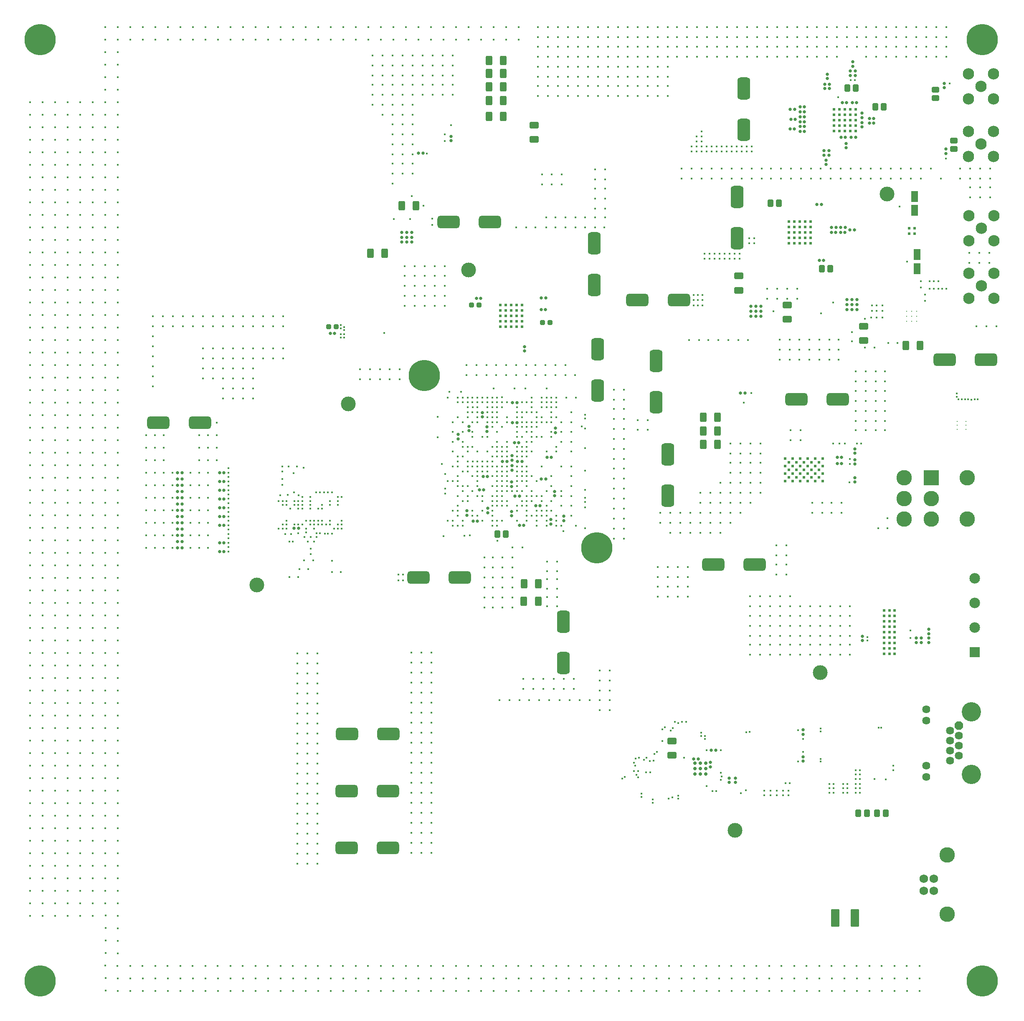
<source format=gbr>
%TF.GenerationSoftware,Altium Limited,Altium Designer,23.11.1 (41)*%
G04 Layer_Color=16711935*
%FSLAX45Y45*%
%MOMM*%
%TF.SameCoordinates,75D3B97C-BFDA-4FAF-9EB3-CC348FD6A853*%
%TF.FilePolarity,Negative*%
%TF.FileFunction,Soldermask,Bot*%
%TF.Part,Single*%
G01*
G75*
%TA.AperFunction,SMDPad,CuDef*%
G04:AMPARAMS|DCode=125|XSize=0.6096mm|YSize=0.6096mm|CornerRadius=0.2032mm|HoleSize=0mm|Usage=FLASHONLY|Rotation=90.000|XOffset=0mm|YOffset=0mm|HoleType=Round|Shape=RoundedRectangle|*
%AMROUNDEDRECTD125*
21,1,0.60960,0.20320,0,0,90.0*
21,1,0.20320,0.60960,0,0,90.0*
1,1,0.40640,0.10160,0.10160*
1,1,0.40640,0.10160,-0.10160*
1,1,0.40640,-0.10160,-0.10160*
1,1,0.40640,-0.10160,0.10160*
%
%ADD125ROUNDEDRECTD125*%
G04:AMPARAMS|DCode=126|XSize=0.6096mm|YSize=0.6096mm|CornerRadius=0.2032mm|HoleSize=0mm|Usage=FLASHONLY|Rotation=0.000|XOffset=0mm|YOffset=0mm|HoleType=Round|Shape=RoundedRectangle|*
%AMROUNDEDRECTD126*
21,1,0.60960,0.20320,0,0,0.0*
21,1,0.20320,0.60960,0,0,0.0*
1,1,0.40640,0.10160,-0.10160*
1,1,0.40640,-0.10160,-0.10160*
1,1,0.40640,-0.10160,0.10160*
1,1,0.40640,0.10160,0.10160*
%
%ADD126ROUNDEDRECTD126*%
G04:AMPARAMS|DCode=128|XSize=1.4986mm|YSize=1.1938mm|CornerRadius=0.25286mm|HoleSize=0mm|Usage=FLASHONLY|Rotation=180.000|XOffset=0mm|YOffset=0mm|HoleType=Round|Shape=RoundedRectangle|*
%AMROUNDEDRECTD128*
21,1,1.49860,0.68809,0,0,180.0*
21,1,0.99289,1.19380,0,0,180.0*
1,1,0.50571,-0.49644,0.34404*
1,1,0.50571,0.49644,0.34404*
1,1,0.50571,0.49644,-0.34404*
1,1,0.50571,-0.49644,-0.34404*
%
%ADD128ROUNDEDRECTD128*%
G04:AMPARAMS|DCode=129|XSize=4.5016mm|YSize=2.6016mm|CornerRadius=0.6758mm|HoleSize=0mm|Usage=FLASHONLY|Rotation=0.000|XOffset=0mm|YOffset=0mm|HoleType=Round|Shape=RoundedRectangle|*
%AMROUNDEDRECTD129*
21,1,4.50160,1.25000,0,0,0.0*
21,1,3.15000,2.60160,0,0,0.0*
1,1,1.35160,1.57500,-0.62500*
1,1,1.35160,-1.57500,-0.62500*
1,1,1.35160,-1.57500,0.62500*
1,1,1.35160,1.57500,0.62500*
%
%ADD129ROUNDEDRECTD129*%
G04:AMPARAMS|DCode=130|XSize=1.905mm|YSize=1.2954mm|CornerRadius=0.25375mm|HoleSize=0mm|Usage=FLASHONLY|Rotation=90.000|XOffset=0mm|YOffset=0mm|HoleType=Round|Shape=RoundedRectangle|*
%AMROUNDEDRECTD130*
21,1,1.90500,0.78791,0,0,90.0*
21,1,1.39751,1.29540,0,0,90.0*
1,1,0.50749,0.39395,0.69875*
1,1,0.50749,0.39395,-0.69875*
1,1,0.50749,-0.39395,-0.69875*
1,1,0.50749,-0.39395,0.69875*
%
%ADD130ROUNDEDRECTD130*%
G04:AMPARAMS|DCode=131|XSize=1.905mm|YSize=1.2954mm|CornerRadius=0.25375mm|HoleSize=0mm|Usage=FLASHONLY|Rotation=180.000|XOffset=0mm|YOffset=0mm|HoleType=Round|Shape=RoundedRectangle|*
%AMROUNDEDRECTD131*
21,1,1.90500,0.78791,0,0,180.0*
21,1,1.39751,1.29540,0,0,180.0*
1,1,0.50749,-0.69875,0.39395*
1,1,0.50749,0.69875,0.39395*
1,1,0.50749,0.69875,-0.39395*
1,1,0.50749,-0.69875,-0.39395*
%
%ADD131ROUNDEDRECTD131*%
G04:AMPARAMS|DCode=143|XSize=4.5016mm|YSize=2.6016mm|CornerRadius=0.6758mm|HoleSize=0mm|Usage=FLASHONLY|Rotation=270.000|XOffset=0mm|YOffset=0mm|HoleType=Round|Shape=RoundedRectangle|*
%AMROUNDEDRECTD143*
21,1,4.50160,1.25000,0,0,270.0*
21,1,3.15000,2.60160,0,0,270.0*
1,1,1.35160,-0.62500,-1.57500*
1,1,1.35160,-0.62500,1.57500*
1,1,1.35160,0.62500,1.57500*
1,1,1.35160,0.62500,-1.57500*
%
%ADD143ROUNDEDRECTD143*%
%ADD147C,3.00000*%
G04:AMPARAMS|DCode=150|XSize=0.9906mm|YSize=0.9652mm|CornerRadius=0.20193mm|HoleSize=0mm|Usage=FLASHONLY|Rotation=0.000|XOffset=0mm|YOffset=0mm|HoleType=Round|Shape=RoundedRectangle|*
%AMROUNDEDRECTD150*
21,1,0.99060,0.56134,0,0,0.0*
21,1,0.58674,0.96520,0,0,0.0*
1,1,0.40386,0.29337,-0.28067*
1,1,0.40386,-0.29337,-0.28067*
1,1,0.40386,-0.29337,0.28067*
1,1,0.40386,0.29337,0.28067*
%
%ADD150ROUNDEDRECTD150*%
G04:AMPARAMS|DCode=152|XSize=1.4986mm|YSize=1.1938mm|CornerRadius=0.25286mm|HoleSize=0mm|Usage=FLASHONLY|Rotation=270.000|XOffset=0mm|YOffset=0mm|HoleType=Round|Shape=RoundedRectangle|*
%AMROUNDEDRECTD152*
21,1,1.49860,0.68809,0,0,270.0*
21,1,0.99289,1.19380,0,0,270.0*
1,1,0.50571,-0.34404,-0.49644*
1,1,0.50571,-0.34404,0.49644*
1,1,0.50571,0.34404,0.49644*
1,1,0.50571,0.34404,-0.49644*
%
%ADD152ROUNDEDRECTD152*%
G04:AMPARAMS|DCode=179|XSize=1.7mm|YSize=3.6mm|CornerRadius=0.25mm|HoleSize=0mm|Usage=FLASHONLY|Rotation=180.000|XOffset=0mm|YOffset=0mm|HoleType=Round|Shape=RoundedRectangle|*
%AMROUNDEDRECTD179*
21,1,1.70000,3.10000,0,0,180.0*
21,1,1.20000,3.60000,0,0,180.0*
1,1,0.50000,-0.60000,1.55000*
1,1,0.50000,0.60000,1.55000*
1,1,0.50000,0.60000,-1.55000*
1,1,0.50000,-0.60000,-1.55000*
%
%ADD179ROUNDEDRECTD179*%
%TA.AperFunction,ComponentPad*%
%ADD191C,6.34000*%
%ADD192C,2.30160*%
%ADD193C,3.91160*%
G04:AMPARAMS|DCode=194|XSize=1.6256mm|YSize=1.6256mm|CornerRadius=0mm|HoleSize=0mm|Usage=FLASHONLY|Rotation=90.000|XOffset=0mm|YOffset=0mm|HoleType=Round|Shape=Octagon|*
%AMOCTAGOND194*
4,1,8,0.40640,0.81280,-0.40640,0.81280,-0.81280,0.40640,-0.81280,-0.40640,-0.40640,-0.81280,0.40640,-0.81280,0.81280,-0.40640,0.81280,0.40640,0.40640,0.81280,0.0*
%
%ADD194OCTAGOND194*%

%ADD195C,1.62560*%
%ADD196C,3.14000*%
%ADD197C,1.74000*%
%ADD198C,0.70160*%
%ADD199R,2.14500X2.14500*%
%ADD200C,2.14500*%
%ADD201C,3.13720*%
%ADD202R,3.14000X3.14000*%
%TA.AperFunction,ViaPad*%
%ADD203C,0.40640*%
%ADD204C,0.60160*%
%ADD205C,0.30000*%
%ADD206C,0.66040*%
%ADD207C,0.60960*%
%TA.AperFunction,SMDPad,CuDef*%
%ADD208R,1.45160X2.30160*%
D125*
X9302765Y14314890D02*
D03*
X9391665D02*
D03*
X10622295Y14318839D02*
D03*
X10711195D02*
D03*
X10618485Y14085159D02*
D03*
X10707385D02*
D03*
X16694150Y17581879D02*
D03*
X16783051D02*
D03*
X16993871Y17579341D02*
D03*
X16904970D02*
D03*
X17012920Y18280380D02*
D03*
X16924020D02*
D03*
X16719550Y18282919D02*
D03*
X16808450D02*
D03*
X17359630Y17863792D02*
D03*
X17270731D02*
D03*
X6429615Y13595634D02*
D03*
X6340715D02*
D03*
X10124871Y12190782D02*
D03*
X10035971D02*
D03*
Y11784382D02*
D03*
X10124871D02*
D03*
X9235871Y9790484D02*
D03*
X9324771D02*
D03*
X9439071Y10692182D02*
D03*
X9527971D02*
D03*
X9451771Y10425482D02*
D03*
X9362871D02*
D03*
X9921671Y10996982D02*
D03*
X9832771D02*
D03*
X10162971Y11377982D02*
D03*
X10074071D02*
D03*
X4186352Y10776004D02*
D03*
X4097452D02*
D03*
X4186352Y9353604D02*
D03*
X4097452D02*
D03*
X4097450Y9175801D02*
D03*
X4186350D02*
D03*
X4186352Y10064804D02*
D03*
X4097452D02*
D03*
X4186352Y10242604D02*
D03*
X4097452D02*
D03*
X4097450Y10598201D02*
D03*
X4186350D02*
D03*
Y10420401D02*
D03*
X4097450D02*
D03*
X4186352Y9709204D02*
D03*
X4097452D02*
D03*
X4097450Y9887001D02*
D03*
X4186350D02*
D03*
X3246550Y10649001D02*
D03*
X3335450D02*
D03*
Y10522001D02*
D03*
X3246550D02*
D03*
X3335450Y10141001D02*
D03*
X3246550D02*
D03*
X3335450Y10268001D02*
D03*
X3246550D02*
D03*
X3335450Y10014001D02*
D03*
X3246550D02*
D03*
Y10395001D02*
D03*
X3335450D02*
D03*
Y10776001D02*
D03*
X3246550D02*
D03*
Y9887001D02*
D03*
X3335450D02*
D03*
X10086771Y10298484D02*
D03*
X10175671D02*
D03*
X10264571Y9701582D02*
D03*
X10175671D02*
D03*
X10734471Y11085882D02*
D03*
X10823371D02*
D03*
X10597052Y10099903D02*
D03*
X10508152D02*
D03*
X10137571Y10996982D02*
D03*
X10226471D02*
D03*
X10620171Y10641382D02*
D03*
X10709071D02*
D03*
X5697650Y9645704D02*
D03*
X5608750D02*
D03*
X3335451Y9506002D02*
D03*
X3246551D02*
D03*
X3335450Y9379001D02*
D03*
X3246550D02*
D03*
X3335450Y9252001D02*
D03*
X3246550D02*
D03*
Y9633001D02*
D03*
X3335450D02*
D03*
Y9760001D02*
D03*
X3246550D02*
D03*
X8130055Y17253851D02*
D03*
X8218955D02*
D03*
X14749361Y12391594D02*
D03*
X14660461D02*
D03*
X17362170Y17962878D02*
D03*
X17273270D02*
D03*
X16691635Y15750513D02*
D03*
X16780534D02*
D03*
X16503650Y15750516D02*
D03*
X16592551D02*
D03*
X16501109Y15651430D02*
D03*
X16590010D02*
D03*
X16689095Y15651428D02*
D03*
X16777995D02*
D03*
X16879620Y15699741D02*
D03*
X16968521D02*
D03*
X16346170Y15079979D02*
D03*
X16257269D02*
D03*
X16297910Y16215359D02*
D03*
X16209010D02*
D03*
X15664616Y17745081D02*
D03*
X15753516D02*
D03*
X15865057Y17697626D02*
D03*
X15953957D02*
D03*
X15865662Y17796712D02*
D03*
X15954561D02*
D03*
X15677676Y17946915D02*
D03*
X15766576D02*
D03*
X15865662Y17895798D02*
D03*
X15954561D02*
D03*
X15866280Y17994882D02*
D03*
X15955179D02*
D03*
X15955795Y18093968D02*
D03*
X15866895D02*
D03*
X15866280Y18193053D02*
D03*
X15955179D02*
D03*
X15666457Y18142831D02*
D03*
X15755356D02*
D03*
X13798550Y4965699D02*
D03*
X13709650D02*
D03*
X14154150Y5143499D02*
D03*
X14065250D02*
D03*
X16617949Y10960101D02*
D03*
X16706850D02*
D03*
Y11087101D02*
D03*
X16617949D02*
D03*
D126*
X18474690Y7505388D02*
D03*
Y7594288D02*
D03*
Y7327588D02*
D03*
Y7416488D02*
D03*
X18220689Y7327588D02*
D03*
Y7416488D02*
D03*
X18322290Y7327588D02*
D03*
Y7416488D02*
D03*
X17128490Y7454588D02*
D03*
Y7365688D02*
D03*
X16415379Y18772690D02*
D03*
Y18861591D02*
D03*
X17122141Y18067046D02*
D03*
Y17978145D02*
D03*
X9424901Y11905651D02*
D03*
Y11994551D02*
D03*
X16979900Y11258551D02*
D03*
Y11169651D02*
D03*
X9153321Y11625632D02*
D03*
Y11714532D02*
D03*
X9115221Y10000032D02*
D03*
Y9911132D02*
D03*
X9534321Y9961932D02*
D03*
Y10050832D02*
D03*
X10029621Y11028732D02*
D03*
Y11117632D02*
D03*
X9521621Y11612932D02*
D03*
Y11701832D02*
D03*
X8937421Y11460532D02*
D03*
Y11549432D02*
D03*
X10016921Y10584232D02*
D03*
Y10495332D02*
D03*
X10016922Y9987332D02*
D03*
Y9898432D02*
D03*
X10029621Y10825532D02*
D03*
Y10914432D02*
D03*
X10809514Y9733986D02*
D03*
Y9822886D02*
D03*
X10905921Y11676432D02*
D03*
Y11587532D02*
D03*
X11078640Y9799372D02*
D03*
Y9888272D02*
D03*
X10892821Y10394132D02*
D03*
Y10305232D02*
D03*
X8786301Y17507655D02*
D03*
Y17596555D02*
D03*
X10276855Y13329509D02*
D03*
Y13240610D02*
D03*
X17122141Y17879060D02*
D03*
Y17790160D02*
D03*
X16931641Y19021677D02*
D03*
Y19110576D02*
D03*
X16880840Y18832829D02*
D03*
Y18921730D02*
D03*
X16984547Y18833691D02*
D03*
Y18922591D02*
D03*
X16797021Y17364709D02*
D03*
Y17453610D02*
D03*
X18790919Y18586450D02*
D03*
Y18675349D02*
D03*
X18823940Y17341850D02*
D03*
Y17252950D02*
D03*
X16449068Y17218239D02*
D03*
Y17307140D02*
D03*
X16396169Y17028711D02*
D03*
Y17117612D02*
D03*
X16350006Y17218239D02*
D03*
Y17307140D02*
D03*
X16464046Y18655009D02*
D03*
Y18566110D02*
D03*
X16364984Y18655009D02*
D03*
Y18566110D02*
D03*
X14046201Y4895850D02*
D03*
Y4806950D02*
D03*
X15925800Y5467350D02*
D03*
Y5556250D02*
D03*
X15925801Y5010150D02*
D03*
Y4921250D02*
D03*
X14554199Y4578350D02*
D03*
Y4489450D02*
D03*
X14427199Y4578350D02*
D03*
Y4489450D02*
D03*
X16979900Y11036300D02*
D03*
Y10947400D02*
D03*
X16979903Y10674350D02*
D03*
Y10585450D02*
D03*
D128*
X18987794Y17512030D02*
D03*
Y17341850D02*
D03*
X18610580Y18542000D02*
D03*
Y18371820D02*
D03*
D129*
X6673455Y3157746D02*
D03*
X7513453D02*
D03*
X7511654Y4313445D02*
D03*
X6671655D02*
D03*
X6677492Y5471809D02*
D03*
X7517490D02*
D03*
X18799281Y13063220D02*
D03*
X19639281D02*
D03*
X8128644Y8650370D02*
D03*
X8968642D02*
D03*
X8736160Y15862752D02*
D03*
X9576158D02*
D03*
X12568662Y14274800D02*
D03*
X13408659D02*
D03*
X3697401Y11792002D02*
D03*
X2857397D02*
D03*
X14942821Y8905240D02*
D03*
X14102821D02*
D03*
X16628094Y12265363D02*
D03*
X15788097D02*
D03*
D130*
X7156765Y15226576D02*
D03*
X7446325D02*
D03*
X9556966Y18000632D02*
D03*
X9846526D02*
D03*
X9558170Y18321524D02*
D03*
X9847730D02*
D03*
X18301186Y13351286D02*
D03*
X18011626D02*
D03*
X9558170Y19136426D02*
D03*
X9847730D02*
D03*
X9558170Y18872266D02*
D03*
X9847730D02*
D03*
X9558170Y18604823D02*
D03*
X9847730D02*
D03*
X10265841Y8162342D02*
D03*
X10555401D02*
D03*
X10268381Y8520482D02*
D03*
X10557941D02*
D03*
X7786890Y16193639D02*
D03*
X8076450D02*
D03*
X14195621Y11619598D02*
D03*
X13906061D02*
D03*
Y11344598D02*
D03*
X14195621D02*
D03*
X13906061Y11894598D02*
D03*
X14195621D02*
D03*
D131*
X10471965Y17826518D02*
D03*
Y17536958D02*
D03*
X14623865Y14764499D02*
D03*
Y14474939D02*
D03*
X15609621Y13883827D02*
D03*
Y14173387D02*
D03*
X13271501Y5036820D02*
D03*
Y5326380D02*
D03*
X17151529Y13457388D02*
D03*
Y13746948D02*
D03*
D143*
X14727673Y18567586D02*
D03*
Y17727586D02*
D03*
X11065541Y7747427D02*
D03*
Y6907429D02*
D03*
X13181816Y10302240D02*
D03*
Y11142243D02*
D03*
X11690744Y14584680D02*
D03*
Y15424678D02*
D03*
X12943839Y12204699D02*
D03*
Y13044702D02*
D03*
X14592299Y15530302D02*
D03*
Y16370300D02*
D03*
X11758586Y13275838D02*
D03*
Y12435840D02*
D03*
D147*
X6708761Y12165912D02*
D03*
X9143225Y14888853D02*
D03*
X4849502Y8496352D02*
D03*
X14546410Y3515416D02*
D03*
X16272511Y6719859D02*
D03*
X17631630Y16430020D02*
D03*
D150*
X9206245Y14174059D02*
D03*
X9356105D02*
D03*
X10796285Y13823540D02*
D03*
X10646425D02*
D03*
X6461365Y13736465D02*
D03*
X6311505D02*
D03*
D152*
X16308070Y14916122D02*
D03*
X16478250D02*
D03*
X16827499Y18580099D02*
D03*
X16997681D02*
D03*
X17392650Y18196559D02*
D03*
X17562830D02*
D03*
X9728631Y9523782D02*
D03*
X9898811D02*
D03*
X15267940Y16240759D02*
D03*
X15438120D02*
D03*
X17046111Y3861344D02*
D03*
X17226451D02*
D03*
X17423129Y3860800D02*
D03*
X17603468D02*
D03*
D179*
X16976700Y1739900D02*
D03*
X16576700D02*
D03*
D191*
X457199Y457199D02*
D03*
Y19557999D02*
D03*
X11744001Y9247042D02*
D03*
X8244001Y12747042D02*
D03*
X19557999Y457199D02*
D03*
Y19557999D02*
D03*
D192*
X19276059Y17193259D02*
D03*
X19784059D02*
D03*
Y17701259D02*
D03*
X19276059D02*
D03*
X19530058Y17447260D02*
D03*
X19545297Y15731273D02*
D03*
X19291296Y15985274D02*
D03*
X19799297D02*
D03*
Y15477274D02*
D03*
X19291296D02*
D03*
X19545297Y14562872D02*
D03*
X19291296Y14816873D02*
D03*
X19799297D02*
D03*
Y14308873D02*
D03*
X19291296D02*
D03*
X19530058Y18615659D02*
D03*
X19276059Y18869659D02*
D03*
X19784059D02*
D03*
Y18361659D02*
D03*
X19276059D02*
D03*
D193*
X19339796Y5918199D02*
D03*
Y4648199D02*
D03*
D194*
X19085797Y5638799D02*
D03*
D195*
Y5435599D02*
D03*
Y5232399D02*
D03*
Y5029199D02*
D03*
X18907997Y5537199D02*
D03*
Y5333999D02*
D03*
Y5130799D02*
D03*
Y4927599D02*
D03*
X18425397Y5968999D02*
D03*
Y4825999D02*
D03*
Y4597399D02*
D03*
Y5740399D02*
D03*
D196*
X18846799Y3014999D02*
D03*
Y1810998D02*
D03*
X17973201Y9828000D02*
D03*
Y10248000D02*
D03*
Y10667999D02*
D03*
X18523198Y9828000D02*
D03*
Y10248000D02*
D03*
D197*
X18576802Y2288000D02*
D03*
Y2538002D02*
D03*
X18376802Y2288000D02*
D03*
Y2538002D02*
D03*
D198*
X13736798Y4875698D02*
D03*
X13843797D02*
D03*
X13950798D02*
D03*
X13736798Y4768698D02*
D03*
X13843797D02*
D03*
X13950798D02*
D03*
X13736798Y4661698D02*
D03*
X13843797D02*
D03*
X13950798D02*
D03*
D199*
X19405598Y7128001D02*
D03*
D200*
Y7628000D02*
D03*
Y8127999D02*
D03*
Y8627998D02*
D03*
D201*
X19253198Y10667999D02*
D03*
Y9828000D02*
D03*
D202*
X18523198Y10667999D02*
D03*
D203*
X16873743Y8059072D02*
D03*
Y7868572D02*
D03*
Y7665372D02*
D03*
Y7462172D02*
D03*
X16872916Y7077949D02*
D03*
Y7281149D02*
D03*
X15461176Y7079564D02*
D03*
X15664375D02*
D03*
X15461176Y7282764D02*
D03*
X15664375D02*
D03*
X15257976D02*
D03*
X15054776D02*
D03*
X14851576D02*
D03*
X15257976Y7079564D02*
D03*
X15054776D02*
D03*
X14851576D02*
D03*
X15866982Y7078035D02*
D03*
X16070181D02*
D03*
X16273381D02*
D03*
X15866982Y7281235D02*
D03*
X16070181D02*
D03*
X16273381D02*
D03*
X16679781D02*
D03*
X16476581D02*
D03*
X16679781Y7078035D02*
D03*
X16476581D02*
D03*
X16477409Y7462258D02*
D03*
X16680609D02*
D03*
X16477409Y7665458D02*
D03*
X16680609D02*
D03*
Y7868658D02*
D03*
X16477409D02*
D03*
Y8059158D02*
D03*
X16680609D02*
D03*
X16274210D02*
D03*
X16071008D02*
D03*
X15867809D02*
D03*
Y7868658D02*
D03*
X16071008D02*
D03*
X16274210D02*
D03*
Y7665458D02*
D03*
X16071008D02*
D03*
X15867809D02*
D03*
X16274210Y7462258D02*
D03*
X16071008D02*
D03*
X15867809D02*
D03*
X18106390Y7575238D02*
D03*
Y7422838D02*
D03*
X17230090Y7435538D02*
D03*
Y7372038D02*
D03*
X1016000Y1778000D02*
D03*
X761377Y1782217D02*
D03*
X508000Y1778000D02*
D03*
X254000D02*
D03*
X1270000D02*
D03*
X1524000D02*
D03*
X1779853Y772706D02*
D03*
X1784070Y519329D02*
D03*
Y265329D02*
D03*
Y1789329D02*
D03*
Y1535329D02*
D03*
Y1027329D02*
D03*
Y1281329D02*
D03*
X1778000Y19050000D02*
D03*
X2032000D02*
D03*
X1777377Y18800217D02*
D03*
X2032000Y18796001D02*
D03*
Y19303999D02*
D03*
X1777377Y19308217D02*
D03*
X2032000Y19812000D02*
D03*
Y19558000D02*
D03*
X1778000Y19812000D02*
D03*
Y19558000D02*
D03*
X2286000D02*
D03*
Y19812000D02*
D03*
X10160000D02*
D03*
Y19558000D02*
D03*
X9652000D02*
D03*
Y19812000D02*
D03*
X9906000Y19558000D02*
D03*
Y19812000D02*
D03*
X8890000D02*
D03*
Y19558000D02*
D03*
X8636000Y19812000D02*
D03*
Y19558000D02*
D03*
X9144000D02*
D03*
Y19812000D02*
D03*
X9398000Y19558000D02*
D03*
Y19812000D02*
D03*
X7366000D02*
D03*
Y19558000D02*
D03*
X7112000Y19812000D02*
D03*
Y19558000D02*
D03*
X6604000D02*
D03*
Y19812000D02*
D03*
X6858000Y19558000D02*
D03*
Y19812000D02*
D03*
X7874000D02*
D03*
Y19558000D02*
D03*
X7620000Y19812000D02*
D03*
Y19558000D02*
D03*
X8128000D02*
D03*
Y19812000D02*
D03*
X8382000Y19558000D02*
D03*
Y19812000D02*
D03*
X4318000D02*
D03*
Y19558000D02*
D03*
X4064000Y19812000D02*
D03*
Y19558000D02*
D03*
X3556000D02*
D03*
Y19812000D02*
D03*
X3810000Y19558000D02*
D03*
Y19812000D02*
D03*
X2794000D02*
D03*
Y19558000D02*
D03*
X2540000Y19812000D02*
D03*
Y19558000D02*
D03*
X3048000D02*
D03*
Y19812000D02*
D03*
X3302000Y19558000D02*
D03*
Y19812000D02*
D03*
X5334000D02*
D03*
Y19558000D02*
D03*
X5080000Y19812000D02*
D03*
Y19558000D02*
D03*
X4572000D02*
D03*
Y19812000D02*
D03*
X4826000Y19558000D02*
D03*
Y19812000D02*
D03*
X5842000D02*
D03*
Y19558000D02*
D03*
X5588000Y19812000D02*
D03*
Y19558000D02*
D03*
X6096000D02*
D03*
Y19812000D02*
D03*
X6350000Y19558000D02*
D03*
Y19812000D02*
D03*
X2032000Y1270000D02*
D03*
Y1016000D02*
D03*
Y1524000D02*
D03*
Y1778000D02*
D03*
X1270000Y2794000D02*
D03*
X1524000D02*
D03*
X1778000D02*
D03*
X2032000D02*
D03*
X1270000Y2540000D02*
D03*
X1524000D02*
D03*
X1777377Y2544217D02*
D03*
X2032000Y2540000D02*
D03*
Y2032000D02*
D03*
X1777377Y2036217D02*
D03*
X1524000Y2032000D02*
D03*
X1270000D02*
D03*
X2032000Y2286000D02*
D03*
X1778000D02*
D03*
X1524000D02*
D03*
X1270000D02*
D03*
X254000D02*
D03*
X508000D02*
D03*
X762000D02*
D03*
X1016000D02*
D03*
X254000Y2032000D02*
D03*
X508000D02*
D03*
X761377Y2036217D02*
D03*
X1016000Y2032000D02*
D03*
Y2540000D02*
D03*
X761377Y2544217D02*
D03*
X508000Y2540000D02*
D03*
X254000D02*
D03*
X1016000Y2794000D02*
D03*
X762000D02*
D03*
X508000D02*
D03*
X254000D02*
D03*
X2794000Y254000D02*
D03*
Y508000D02*
D03*
Y762000D02*
D03*
X3048000Y254000D02*
D03*
Y508000D02*
D03*
X3043783Y761377D02*
D03*
X3302000Y762000D02*
D03*
Y508000D02*
D03*
Y254000D02*
D03*
X2032000D02*
D03*
Y508000D02*
D03*
X2027783Y761377D02*
D03*
X2535783D02*
D03*
X2540000Y508000D02*
D03*
Y254000D02*
D03*
X2286000Y762000D02*
D03*
Y508000D02*
D03*
Y254000D02*
D03*
X15239999D02*
D03*
Y508000D02*
D03*
Y762000D02*
D03*
X15494000Y254000D02*
D03*
Y508000D02*
D03*
X15489783Y761377D02*
D03*
X15997783D02*
D03*
X16002000Y508000D02*
D03*
Y254000D02*
D03*
X15748000Y762000D02*
D03*
Y508000D02*
D03*
Y254000D02*
D03*
X16764000D02*
D03*
Y508000D02*
D03*
Y762000D02*
D03*
X17017999Y254000D02*
D03*
Y508000D02*
D03*
X17013783Y761377D02*
D03*
X16505783D02*
D03*
X16510001Y508000D02*
D03*
Y254000D02*
D03*
X16256000Y762000D02*
D03*
Y508000D02*
D03*
Y254000D02*
D03*
X18288000D02*
D03*
Y508000D02*
D03*
Y762000D02*
D03*
X17780000Y254000D02*
D03*
Y508000D02*
D03*
Y762000D02*
D03*
X18034000Y254000D02*
D03*
Y508000D02*
D03*
X18029784Y761377D02*
D03*
X17521783D02*
D03*
X17525999Y508000D02*
D03*
Y254000D02*
D03*
X17272000Y762000D02*
D03*
Y508000D02*
D03*
Y254000D02*
D03*
X13208000D02*
D03*
Y508000D02*
D03*
Y762000D02*
D03*
X13462000Y254000D02*
D03*
Y508000D02*
D03*
X13457784Y761377D02*
D03*
X13965784D02*
D03*
X13970000Y508000D02*
D03*
Y254000D02*
D03*
X13716000Y762000D02*
D03*
Y508000D02*
D03*
Y254000D02*
D03*
X14732001D02*
D03*
Y508000D02*
D03*
Y762000D02*
D03*
X14986000Y254000D02*
D03*
Y508000D02*
D03*
X14981783Y761377D02*
D03*
X14473782D02*
D03*
X14478000Y508000D02*
D03*
Y254000D02*
D03*
X14224001Y762000D02*
D03*
Y508000D02*
D03*
Y254000D02*
D03*
X12192000D02*
D03*
Y508000D02*
D03*
Y762000D02*
D03*
X12446000Y254000D02*
D03*
Y508000D02*
D03*
X12441783Y761377D02*
D03*
X12949783D02*
D03*
X12953999Y508000D02*
D03*
Y254000D02*
D03*
X12700000Y762000D02*
D03*
Y508000D02*
D03*
Y254000D02*
D03*
X11684000D02*
D03*
Y508000D02*
D03*
Y762000D02*
D03*
X11938000Y254000D02*
D03*
Y508000D02*
D03*
X11933783Y761377D02*
D03*
X11425783D02*
D03*
X11430000Y508000D02*
D03*
Y254000D02*
D03*
X3556000D02*
D03*
Y508000D02*
D03*
X3551783Y761377D02*
D03*
X4059783D02*
D03*
X4064000Y508000D02*
D03*
Y254000D02*
D03*
X3810000Y762000D02*
D03*
Y508000D02*
D03*
Y254000D02*
D03*
X4826000D02*
D03*
Y508000D02*
D03*
Y762000D02*
D03*
X5080000Y254000D02*
D03*
Y508000D02*
D03*
X5075783Y761377D02*
D03*
X4567783D02*
D03*
X4572000Y508000D02*
D03*
Y254000D02*
D03*
X4318000Y762000D02*
D03*
Y508000D02*
D03*
Y254000D02*
D03*
X6350000D02*
D03*
Y508000D02*
D03*
Y762000D02*
D03*
X6604000Y254000D02*
D03*
Y508000D02*
D03*
X6599783Y761377D02*
D03*
X7107783D02*
D03*
X7112000Y508000D02*
D03*
Y254000D02*
D03*
X6858000Y762000D02*
D03*
Y508000D02*
D03*
Y254000D02*
D03*
X5842000D02*
D03*
Y508000D02*
D03*
Y762000D02*
D03*
X6096000Y254000D02*
D03*
Y508000D02*
D03*
X6091783Y761377D02*
D03*
X5583783D02*
D03*
X5588000Y508000D02*
D03*
Y254000D02*
D03*
X5334000Y762000D02*
D03*
Y508000D02*
D03*
Y254000D02*
D03*
X9398000D02*
D03*
Y508000D02*
D03*
Y762000D02*
D03*
X9652000Y254000D02*
D03*
Y508000D02*
D03*
X9647783Y761377D02*
D03*
X10155783D02*
D03*
X10160000Y508000D02*
D03*
Y254000D02*
D03*
X9906000Y762000D02*
D03*
Y508000D02*
D03*
Y254000D02*
D03*
X10922000D02*
D03*
Y508000D02*
D03*
Y762000D02*
D03*
X11176000Y254000D02*
D03*
Y508000D02*
D03*
X11171783Y761377D02*
D03*
X10663783D02*
D03*
X10668000Y508000D02*
D03*
Y254000D02*
D03*
X10414000Y762000D02*
D03*
Y508000D02*
D03*
Y254000D02*
D03*
X8382000D02*
D03*
Y508000D02*
D03*
Y762000D02*
D03*
X8636000Y254000D02*
D03*
Y508000D02*
D03*
X8631783Y761377D02*
D03*
X9139783D02*
D03*
X9144000Y508000D02*
D03*
Y254000D02*
D03*
X8890000Y762000D02*
D03*
Y508000D02*
D03*
Y254000D02*
D03*
X7874000D02*
D03*
Y508000D02*
D03*
Y762000D02*
D03*
X8128000Y254000D02*
D03*
Y508000D02*
D03*
X8123783Y761377D02*
D03*
X7615783D02*
D03*
X7620000Y508000D02*
D03*
Y254000D02*
D03*
X7366000Y762000D02*
D03*
Y508000D02*
D03*
Y254000D02*
D03*
X254000Y14732001D02*
D03*
X508000D02*
D03*
X762000D02*
D03*
X1016000D02*
D03*
X254000Y14478000D02*
D03*
X508000D02*
D03*
X761377Y14482217D02*
D03*
X1016000Y14478000D02*
D03*
Y13970000D02*
D03*
X761377Y13974217D02*
D03*
X508000Y13970000D02*
D03*
X254000D02*
D03*
X1016000Y14224001D02*
D03*
X762000D02*
D03*
X508000D02*
D03*
X254000D02*
D03*
X1270000D02*
D03*
X1524000D02*
D03*
X1778000D02*
D03*
X2032000D02*
D03*
X1270000Y13970000D02*
D03*
X1524000D02*
D03*
X1777377Y13974217D02*
D03*
X2032000Y13970000D02*
D03*
Y14478000D02*
D03*
X1777377Y14482217D02*
D03*
X1524000Y14478000D02*
D03*
X1270000D02*
D03*
X2032000Y14732001D02*
D03*
X1778000D02*
D03*
X1524000D02*
D03*
X1270000D02*
D03*
Y13716000D02*
D03*
X1524000D02*
D03*
X1778000D02*
D03*
X2032000D02*
D03*
X1270000Y13462000D02*
D03*
X1524000D02*
D03*
X1777377Y13466217D02*
D03*
X2032000Y13462000D02*
D03*
Y12953999D02*
D03*
X1777377Y12958217D02*
D03*
X1524000Y12953999D02*
D03*
X1270000D02*
D03*
X2032000Y13208000D02*
D03*
X1778000D02*
D03*
X1524000D02*
D03*
X1270000D02*
D03*
X254000D02*
D03*
X508000D02*
D03*
X762000D02*
D03*
X1016000D02*
D03*
X254000Y12953999D02*
D03*
X508000D02*
D03*
X761377Y12958217D02*
D03*
X1016000Y12953999D02*
D03*
Y13462000D02*
D03*
X761377Y13466217D02*
D03*
X508000Y13462000D02*
D03*
X254000D02*
D03*
X1016000Y13716000D02*
D03*
X762000D02*
D03*
X508000D02*
D03*
X254000D02*
D03*
Y11684000D02*
D03*
X508000D02*
D03*
X762000D02*
D03*
X1016000D02*
D03*
X254000Y11430000D02*
D03*
X508000D02*
D03*
X761377Y11434217D02*
D03*
X1016000Y11430000D02*
D03*
Y10922000D02*
D03*
X761377Y10926217D02*
D03*
X508000Y10922000D02*
D03*
X254000D02*
D03*
X1016000Y11176000D02*
D03*
X762000D02*
D03*
X508000D02*
D03*
X254000D02*
D03*
X1270000D02*
D03*
X1524000D02*
D03*
X1778000D02*
D03*
X2032000D02*
D03*
X1270000Y10922000D02*
D03*
X1524000D02*
D03*
X1777377Y10926217D02*
D03*
X2032000Y10922000D02*
D03*
Y11430000D02*
D03*
X1777377Y11434217D02*
D03*
X1524000Y11430000D02*
D03*
X1270000D02*
D03*
X2032000Y11684000D02*
D03*
X1778000D02*
D03*
X1524000D02*
D03*
X1270000D02*
D03*
Y12700000D02*
D03*
X1524000D02*
D03*
X1778000D02*
D03*
X2032000D02*
D03*
X1270000Y12446000D02*
D03*
X1524000D02*
D03*
X1777377Y12450217D02*
D03*
X2032000Y12446000D02*
D03*
Y11938000D02*
D03*
X1777377Y11942217D02*
D03*
X1524000Y11938000D02*
D03*
X1270000D02*
D03*
X2032000Y12192000D02*
D03*
X1778000D02*
D03*
X1524000D02*
D03*
X1270000D02*
D03*
X254000D02*
D03*
X508000D02*
D03*
X762000D02*
D03*
X1016000D02*
D03*
X254000Y11938000D02*
D03*
X508000D02*
D03*
X761377Y11942217D02*
D03*
X1016000Y11938000D02*
D03*
Y12446000D02*
D03*
X761377Y12450217D02*
D03*
X508000Y12446000D02*
D03*
X254000D02*
D03*
X1016000Y12700000D02*
D03*
X762000D02*
D03*
X508000D02*
D03*
X254000D02*
D03*
Y16764000D02*
D03*
X508000D02*
D03*
X762000D02*
D03*
X1016000D02*
D03*
X254000Y16510001D02*
D03*
X508000D02*
D03*
X761377Y16514217D02*
D03*
X1016000Y16510001D02*
D03*
Y16002000D02*
D03*
X761377Y16006216D02*
D03*
X508000Y16002000D02*
D03*
X254000D02*
D03*
X1016000Y16256000D02*
D03*
X762000D02*
D03*
X508000D02*
D03*
X254000D02*
D03*
X1270000D02*
D03*
X1524000D02*
D03*
X1778000D02*
D03*
X2032000D02*
D03*
X1270000Y16002000D02*
D03*
X1524000D02*
D03*
X1777377Y16006216D02*
D03*
X2032000Y16002000D02*
D03*
Y16510001D02*
D03*
X1777377Y16514217D02*
D03*
X1524000Y16510001D02*
D03*
X1270000D02*
D03*
X2032000Y16764000D02*
D03*
X1778000D02*
D03*
X1524000D02*
D03*
X1270000D02*
D03*
Y15748000D02*
D03*
X1524000D02*
D03*
X1778000D02*
D03*
X2032000D02*
D03*
X1270000Y15494000D02*
D03*
X1524000D02*
D03*
X1777377Y15498216D02*
D03*
X2032000Y15494000D02*
D03*
Y14986000D02*
D03*
X1777377Y14990218D02*
D03*
X1524000Y14986000D02*
D03*
X1270000D02*
D03*
X2032000Y15239999D02*
D03*
X1778000D02*
D03*
X1524000D02*
D03*
X1270000D02*
D03*
X254000D02*
D03*
X508000D02*
D03*
X762000D02*
D03*
X1016000D02*
D03*
X254000Y14986000D02*
D03*
X508000D02*
D03*
X761377Y14990218D02*
D03*
X1016000Y14986000D02*
D03*
Y15494000D02*
D03*
X761377Y15498216D02*
D03*
X508000Y15494000D02*
D03*
X254000D02*
D03*
X1016000Y15748000D02*
D03*
X762000D02*
D03*
X508000D02*
D03*
X254000D02*
D03*
Y17780000D02*
D03*
X508000D02*
D03*
X762000D02*
D03*
X1016000D02*
D03*
X254000Y17525999D02*
D03*
X508000D02*
D03*
X761377Y17530217D02*
D03*
X1016000Y17525999D02*
D03*
Y17017999D02*
D03*
X761377Y17022217D02*
D03*
X508000Y17017999D02*
D03*
X254000D02*
D03*
X1016000Y17272000D02*
D03*
X762000D02*
D03*
X508000D02*
D03*
X254000D02*
D03*
X1270000D02*
D03*
X1524000D02*
D03*
X1778000D02*
D03*
X2032000D02*
D03*
X1270000Y17017999D02*
D03*
X1524000D02*
D03*
X1777377Y17022217D02*
D03*
X2032000Y17017999D02*
D03*
Y17525999D02*
D03*
X1777377Y17530217D02*
D03*
X1524000Y17525999D02*
D03*
X1270000D02*
D03*
X2032000Y17780000D02*
D03*
X1778000D02*
D03*
X1524000D02*
D03*
X1270000D02*
D03*
X1777377Y18546217D02*
D03*
X2032000Y18542000D02*
D03*
Y18034000D02*
D03*
X1777377Y18038217D02*
D03*
X1524000Y18034000D02*
D03*
X1270000D02*
D03*
X2032000Y18288000D02*
D03*
X1778000D02*
D03*
X1524000D02*
D03*
X1270000D02*
D03*
X254000D02*
D03*
X508000D02*
D03*
X762000D02*
D03*
X1016000D02*
D03*
X254000Y18034000D02*
D03*
X508000D02*
D03*
X761377Y18038217D02*
D03*
X1016000Y18034000D02*
D03*
X254000Y10668000D02*
D03*
X508000D02*
D03*
X761377Y10672217D02*
D03*
X1016000Y10668000D02*
D03*
Y10160000D02*
D03*
X761377Y10164217D02*
D03*
X508000Y10160000D02*
D03*
X254000D02*
D03*
X1016000Y10414000D02*
D03*
X762000D02*
D03*
X508000D02*
D03*
X254000D02*
D03*
X1270000D02*
D03*
X1524000D02*
D03*
X1778000D02*
D03*
X2032000D02*
D03*
X1270000Y10160000D02*
D03*
X1524000D02*
D03*
X1777377Y10164217D02*
D03*
X2032000Y10160000D02*
D03*
Y10668000D02*
D03*
X1777377Y10672217D02*
D03*
X1524000Y10668000D02*
D03*
X1270000D02*
D03*
Y9906000D02*
D03*
X1524000D02*
D03*
X1778000D02*
D03*
X2032000D02*
D03*
X1270000Y9652000D02*
D03*
X1524000D02*
D03*
X1777377Y9656217D02*
D03*
X2032000Y9652000D02*
D03*
Y9144000D02*
D03*
X1777377Y9148217D02*
D03*
X1524000Y9144000D02*
D03*
X1270000D02*
D03*
X2032000Y9398000D02*
D03*
X1778000D02*
D03*
X1524000D02*
D03*
X1270000D02*
D03*
X254000D02*
D03*
X508000D02*
D03*
X762000D02*
D03*
X1016000D02*
D03*
X254000Y9144000D02*
D03*
X508000D02*
D03*
X761377Y9148217D02*
D03*
X1016000Y9144000D02*
D03*
Y9652000D02*
D03*
X761377Y9656217D02*
D03*
X508000Y9652000D02*
D03*
X254000D02*
D03*
X1016000Y9906000D02*
D03*
X762000D02*
D03*
X508000D02*
D03*
X254000D02*
D03*
Y7874000D02*
D03*
X508000D02*
D03*
X762000D02*
D03*
X1016000D02*
D03*
X254000Y7620000D02*
D03*
X508000D02*
D03*
X761377Y7624217D02*
D03*
X1016000Y7620000D02*
D03*
Y7112000D02*
D03*
X761377Y7116217D02*
D03*
X508000Y7112000D02*
D03*
X254000D02*
D03*
X1016000Y7366000D02*
D03*
X762000D02*
D03*
X508000D02*
D03*
X254000D02*
D03*
X1270000D02*
D03*
X1524000D02*
D03*
X1778000D02*
D03*
X2032000D02*
D03*
X1270000Y7112000D02*
D03*
X1524000D02*
D03*
X1777377Y7116217D02*
D03*
X2032000Y7112000D02*
D03*
Y7620000D02*
D03*
X1777377Y7624217D02*
D03*
X1524000Y7620000D02*
D03*
X1270000D02*
D03*
X2032000Y7874000D02*
D03*
X1778000D02*
D03*
X1524000D02*
D03*
X1270000D02*
D03*
Y8890000D02*
D03*
X1524000D02*
D03*
X1778000D02*
D03*
X2032000D02*
D03*
X1270000Y8636000D02*
D03*
X1524000D02*
D03*
X1777377Y8640217D02*
D03*
X2032000Y8636000D02*
D03*
Y8128000D02*
D03*
X1777377Y8132217D02*
D03*
X1524000Y8128000D02*
D03*
X1270000D02*
D03*
X2032000Y8382000D02*
D03*
X1778000D02*
D03*
X1524000D02*
D03*
X1270000D02*
D03*
X254000D02*
D03*
X508000D02*
D03*
X762000D02*
D03*
X1016000D02*
D03*
X254000Y8128000D02*
D03*
X508000D02*
D03*
X761377Y8132217D02*
D03*
X1016000Y8128000D02*
D03*
Y8636000D02*
D03*
X761377Y8640217D02*
D03*
X508000Y8636000D02*
D03*
X254000D02*
D03*
X1016000Y8890000D02*
D03*
X762000D02*
D03*
X508000D02*
D03*
X254000D02*
D03*
Y4826000D02*
D03*
X508000D02*
D03*
X762000D02*
D03*
X1016000D02*
D03*
X254000Y4572000D02*
D03*
X508000D02*
D03*
X761377Y4576217D02*
D03*
X1016000Y4572000D02*
D03*
Y4064000D02*
D03*
X761377Y4068217D02*
D03*
X508000Y4064000D02*
D03*
X254000D02*
D03*
X1016000Y4318000D02*
D03*
X762000D02*
D03*
X508000D02*
D03*
X254000D02*
D03*
X1270000D02*
D03*
X1524000D02*
D03*
X1778000D02*
D03*
X2032000D02*
D03*
X1270000Y4064000D02*
D03*
X1524000D02*
D03*
X1777377Y4068217D02*
D03*
X2032000Y4064000D02*
D03*
Y4572000D02*
D03*
X1777377Y4576217D02*
D03*
X1524000Y4572000D02*
D03*
X1270000D02*
D03*
X2032000Y4826000D02*
D03*
X1778000D02*
D03*
X1524000D02*
D03*
X1270000D02*
D03*
Y3810000D02*
D03*
X1524000D02*
D03*
X1778000D02*
D03*
X2032000D02*
D03*
X1270000Y3556000D02*
D03*
X1524000D02*
D03*
X1777377Y3560217D02*
D03*
X2032000Y3556000D02*
D03*
Y3048000D02*
D03*
X1777377Y3052217D02*
D03*
X1524000Y3048000D02*
D03*
X1270000D02*
D03*
X2032000Y3302000D02*
D03*
X1778000D02*
D03*
X1524000D02*
D03*
X1270000D02*
D03*
X254000D02*
D03*
X508000D02*
D03*
X762000D02*
D03*
X1016000D02*
D03*
X254000Y3048000D02*
D03*
X508000D02*
D03*
X761377Y3052217D02*
D03*
X1016000Y3048000D02*
D03*
Y3556000D02*
D03*
X761377Y3560217D02*
D03*
X508000Y3556000D02*
D03*
X254000D02*
D03*
X1016000Y3810000D02*
D03*
X762000D02*
D03*
X508000D02*
D03*
X254000D02*
D03*
Y5842000D02*
D03*
X508000D02*
D03*
X762000D02*
D03*
X1016000D02*
D03*
X254000Y5588000D02*
D03*
X508000D02*
D03*
X761377Y5592217D02*
D03*
X1016000Y5588000D02*
D03*
Y5080000D02*
D03*
X761377Y5084217D02*
D03*
X508000Y5080000D02*
D03*
X254000D02*
D03*
X1016000Y5334000D02*
D03*
X762000D02*
D03*
X508000D02*
D03*
X254000D02*
D03*
X1270000D02*
D03*
X1524000D02*
D03*
X1778000D02*
D03*
X2032000D02*
D03*
X1270000Y5080000D02*
D03*
X1524000D02*
D03*
X1777377Y5084217D02*
D03*
X2032000Y5080000D02*
D03*
Y5588000D02*
D03*
X1777377Y5592217D02*
D03*
X1524000Y5588000D02*
D03*
X1270000D02*
D03*
X2032000Y5842000D02*
D03*
X1778000D02*
D03*
X1524000D02*
D03*
X1270000D02*
D03*
Y6858000D02*
D03*
X1524000D02*
D03*
X1778000D02*
D03*
X2032000D02*
D03*
X1270000Y6604000D02*
D03*
X1524000D02*
D03*
X1777377Y6608217D02*
D03*
X2032000Y6604000D02*
D03*
Y6096000D02*
D03*
X1777377Y6100217D02*
D03*
X1524000Y6096000D02*
D03*
X1270000D02*
D03*
X2032000Y6350000D02*
D03*
X1778000D02*
D03*
X1524000D02*
D03*
X1270000D02*
D03*
X254000D02*
D03*
X508000D02*
D03*
X762000D02*
D03*
X1016000D02*
D03*
X254000Y6096000D02*
D03*
X508000D02*
D03*
X761377Y6100217D02*
D03*
X1016000Y6096000D02*
D03*
Y6604000D02*
D03*
X761377Y6608217D02*
D03*
X508000Y6604000D02*
D03*
X254000D02*
D03*
X1016000Y6858000D02*
D03*
X762000D02*
D03*
X508000D02*
D03*
X254000D02*
D03*
X7721600Y8584660D02*
D03*
Y8709660D02*
D03*
X7818120D02*
D03*
Y8584660D02*
D03*
X5372100Y10795000D02*
D03*
Y10642600D02*
D03*
Y10528300D02*
D03*
X7544918Y12664638D02*
D03*
Y12867838D02*
D03*
X7354418D02*
D03*
X7434580Y13610591D02*
D03*
X6380912Y10371003D02*
D03*
X6295002D02*
D03*
X5600700Y10759887D02*
D03*
X11503399Y11944924D02*
D03*
X6295002Y9536490D02*
D03*
X6230912D02*
D03*
X12497783Y4719937D02*
D03*
X12582209Y4589165D02*
D03*
X12828964Y4696025D02*
D03*
X12545494Y4644789D02*
D03*
X12743040Y4696025D02*
D03*
X12579447Y4719937D02*
D03*
X13073380Y5326380D02*
D03*
X8234680Y16193639D02*
D03*
X7997351Y16383437D02*
D03*
X8404860Y15925252D02*
D03*
Y15800252D02*
D03*
X9972040Y6158139D02*
D03*
X10175240D02*
D03*
X9768840D02*
D03*
X11191240Y6154420D02*
D03*
X11394440D02*
D03*
X10777220Y6158139D02*
D03*
X10988040Y6154420D02*
D03*
X10370820Y6158139D02*
D03*
X10574020D02*
D03*
X10868660Y6385560D02*
D03*
X11071860D02*
D03*
X11275060D02*
D03*
X10251440Y6389279D02*
D03*
X10454640D02*
D03*
X10657840D02*
D03*
X11805920Y5951220D02*
D03*
X11602720Y6154420D02*
D03*
X11805920D02*
D03*
X12009120D02*
D03*
Y5951220D02*
D03*
X11805951Y6759111D02*
D03*
Y6555911D02*
D03*
X12009151Y6759111D02*
D03*
Y6555911D02*
D03*
Y6352711D02*
D03*
X11805951D02*
D03*
X11275060Y6588760D02*
D03*
X11071860D02*
D03*
X10868660D02*
D03*
X10657840Y6592479D02*
D03*
X10454640D02*
D03*
X10251440D02*
D03*
X14724380Y12194540D02*
D03*
X14879729Y12391923D02*
D03*
X5670154Y5075590D02*
D03*
Y6294645D02*
D03*
Y6091445D02*
D03*
Y5888245D02*
D03*
Y5481845D02*
D03*
Y5278645D02*
D03*
X7981554Y7120145D02*
D03*
Y6916945D02*
D03*
X8184754D02*
D03*
X7981554Y6713745D02*
D03*
X8184754D02*
D03*
X8387954D02*
D03*
Y6916945D02*
D03*
X8184754Y7120145D02*
D03*
X8387954D02*
D03*
X7981554Y5900945D02*
D03*
Y5494545D02*
D03*
X8184754D02*
D03*
Y5900945D02*
D03*
X8387954Y5494545D02*
D03*
Y5900945D02*
D03*
X7981554Y5697745D02*
D03*
X5873354Y5888245D02*
D03*
X8184754Y5697745D02*
D03*
X5873354Y5481845D02*
D03*
X5670154Y5685045D02*
D03*
X5873354D02*
D03*
X8387954Y5697745D02*
D03*
X7981554Y6104145D02*
D03*
Y6510545D02*
D03*
Y6307345D02*
D03*
X8184754D02*
D03*
X8387954D02*
D03*
X8184754Y6510545D02*
D03*
X8387954D02*
D03*
X8184754Y6104145D02*
D03*
X8387954D02*
D03*
X7981554Y5088290D02*
D03*
Y5291345D02*
D03*
X8184754D02*
D03*
Y5088290D02*
D03*
X8387954D02*
D03*
Y5291345D02*
D03*
X5670154Y6497845D02*
D03*
Y6701045D02*
D03*
X5873354Y6497845D02*
D03*
Y6701045D02*
D03*
Y7107445D02*
D03*
Y6904245D02*
D03*
X5670154D02*
D03*
Y7107445D02*
D03*
X6076554Y6701045D02*
D03*
Y7107445D02*
D03*
Y6904245D02*
D03*
Y6497845D02*
D03*
X5873354Y6294645D02*
D03*
X6076554Y5481845D02*
D03*
Y5685045D02*
D03*
Y6294645D02*
D03*
Y5888245D02*
D03*
X5873354Y6091445D02*
D03*
X6076554D02*
D03*
X5873354Y5278645D02*
D03*
Y5075590D02*
D03*
X6076554D02*
D03*
Y5278645D02*
D03*
X5873354Y3043590D02*
D03*
Y3449990D02*
D03*
Y3246790D02*
D03*
Y2840390D02*
D03*
X5670154D02*
D03*
X8387954Y3665890D02*
D03*
X8184754D02*
D03*
X8387954Y4275490D02*
D03*
X7981554Y4681890D02*
D03*
Y3665890D02*
D03*
Y4275490D02*
D03*
Y4072290D02*
D03*
X8184754Y3869090D02*
D03*
Y4072290D02*
D03*
Y4478690D02*
D03*
Y4681890D02*
D03*
Y4275490D02*
D03*
X8387954Y3869090D02*
D03*
Y4072290D02*
D03*
Y4681890D02*
D03*
Y4478690D02*
D03*
X5670154Y4262790D02*
D03*
Y3856390D02*
D03*
Y3246790D02*
D03*
Y3449990D02*
D03*
Y3653190D02*
D03*
Y4872390D02*
D03*
Y4465990D02*
D03*
Y4059590D02*
D03*
Y4669190D02*
D03*
X8184754Y3462690D02*
D03*
X8387954Y3259490D02*
D03*
Y3056290D02*
D03*
Y3462690D02*
D03*
X8184754Y3056290D02*
D03*
X7981554D02*
D03*
X8184754Y3259490D02*
D03*
X7981554Y3462690D02*
D03*
Y3259490D02*
D03*
X5873354Y4872390D02*
D03*
X5670154Y3043590D02*
D03*
X6076554Y3246790D02*
D03*
Y3043590D02*
D03*
Y3449990D02*
D03*
Y2840390D02*
D03*
Y4872390D02*
D03*
X5873354Y3653190D02*
D03*
Y3856390D02*
D03*
Y4059590D02*
D03*
Y4262790D02*
D03*
Y4669190D02*
D03*
Y4465990D02*
D03*
X6076554Y3856390D02*
D03*
Y3653190D02*
D03*
Y4465990D02*
D03*
Y4669190D02*
D03*
Y4059590D02*
D03*
Y4262790D02*
D03*
X7981554Y3869090D02*
D03*
Y4478690D02*
D03*
Y4885090D02*
D03*
X8184754D02*
D03*
X8387954D02*
D03*
X8299296Y17251961D02*
D03*
X8786301Y17825337D02*
D03*
X16869511Y10575999D02*
D03*
X17104660Y11361659D02*
D03*
X17017999Y11363399D02*
D03*
X16776532D02*
D03*
X16666692D02*
D03*
X16539752D02*
D03*
X19075400Y12258652D02*
D03*
X12755631Y4993070D02*
D03*
X15326540Y14048006D02*
D03*
X9060990Y9490762D02*
D03*
X8637778Y9488434D02*
D03*
X9731064Y9388221D02*
D03*
X8520695Y11907587D02*
D03*
X8519264Y11492921D02*
D03*
X8725100Y12300002D02*
D03*
X8991010Y12416842D02*
D03*
X8759190D02*
D03*
X9652598Y12483363D02*
D03*
X10075103D02*
D03*
X10725100Y12482882D02*
D03*
X10297602D02*
D03*
X11440789Y11714788D02*
D03*
X11504506Y11872503D02*
D03*
Y11672503D02*
D03*
Y11272504D02*
D03*
X11505361Y10812847D02*
D03*
X11506601Y10427506D02*
D03*
Y10180372D02*
D03*
Y10267313D02*
D03*
X11510441Y9650002D02*
D03*
Y10072507D02*
D03*
X11063877Y9584243D02*
D03*
X9170780Y9498538D02*
D03*
X10825100Y11597692D02*
D03*
X9224901Y11600232D02*
D03*
X10525001Y9900002D02*
D03*
X10525100Y9700002D02*
D03*
X4280330Y10687101D02*
D03*
Y10864900D02*
D03*
X7151218Y12664638D02*
D03*
Y12867838D02*
D03*
X7354418Y12664638D02*
D03*
X6948018D02*
D03*
Y12867838D02*
D03*
X7748118Y12664638D02*
D03*
Y12867838D02*
D03*
X2743200Y12725254D02*
D03*
Y12522054D02*
D03*
Y12928600D02*
D03*
Y13335001D02*
D03*
Y13538200D02*
D03*
Y13131799D02*
D03*
Y13741400D02*
D03*
Y13944600D02*
D03*
X15201900Y14300200D02*
D03*
X15405099D02*
D03*
Y14503400D02*
D03*
X15201900D02*
D03*
X15608299D02*
D03*
X15811501D02*
D03*
Y14300200D02*
D03*
X15608299D02*
D03*
X17183099Y13893800D02*
D03*
X14833600Y15530302D02*
D03*
X14935201D02*
D03*
Y15428702D02*
D03*
X14833600D02*
D03*
X18834100Y19215100D02*
D03*
Y19418300D02*
D03*
Y19608800D02*
D03*
Y19812000D02*
D03*
X18224500D02*
D03*
X18427699D02*
D03*
X18630901D02*
D03*
Y19608800D02*
D03*
X18427699D02*
D03*
X18224500D02*
D03*
Y19418300D02*
D03*
X18427699D02*
D03*
X18630901D02*
D03*
Y19215100D02*
D03*
X18427699D02*
D03*
X18224500D02*
D03*
X14389101D02*
D03*
X14592300D02*
D03*
X14795500D02*
D03*
Y19418300D02*
D03*
X14592300D02*
D03*
X14389101D02*
D03*
Y19608800D02*
D03*
X14592300D02*
D03*
X14795500D02*
D03*
Y19812000D02*
D03*
X14592300D02*
D03*
X14389101D02*
D03*
X14998700D02*
D03*
X15201900D02*
D03*
X15405099D02*
D03*
Y19608800D02*
D03*
X15201900D02*
D03*
X14998700D02*
D03*
Y19418300D02*
D03*
X15201900D02*
D03*
X15405099D02*
D03*
Y19215100D02*
D03*
X15201900D02*
D03*
X14998700D02*
D03*
X15608299D02*
D03*
X15811501D02*
D03*
X16014700D02*
D03*
Y19418300D02*
D03*
X15811501D02*
D03*
X15608299D02*
D03*
Y19608800D02*
D03*
X15811501D02*
D03*
X16014700D02*
D03*
Y19812000D02*
D03*
X15811501D02*
D03*
X15608299D02*
D03*
X16611600D02*
D03*
X16814799D02*
D03*
X17017999D02*
D03*
Y19608800D02*
D03*
X16814799D02*
D03*
X16611600D02*
D03*
Y19418300D02*
D03*
X16814799D02*
D03*
X17017999D02*
D03*
X16611600Y19215100D02*
D03*
X16205200D02*
D03*
X16408400D02*
D03*
Y19418300D02*
D03*
X16205200D02*
D03*
Y19608800D02*
D03*
X16408400D02*
D03*
Y19812000D02*
D03*
X16205200D02*
D03*
X17208501D02*
D03*
X17411700D02*
D03*
Y19608800D02*
D03*
X17208501D02*
D03*
Y19418300D02*
D03*
X17411700D02*
D03*
Y19215100D02*
D03*
X17208501D02*
D03*
X17614900D02*
D03*
X17818100D02*
D03*
X18021300D02*
D03*
Y19418300D02*
D03*
X17818100D02*
D03*
X17614900D02*
D03*
Y19608800D02*
D03*
X17818100D02*
D03*
X18021300D02*
D03*
Y19812000D02*
D03*
X17818100D02*
D03*
X17614900D02*
D03*
X19843686Y13747263D02*
D03*
X19640488D02*
D03*
X19437286D02*
D03*
X19500482Y15029259D02*
D03*
X19703682D02*
D03*
Y15232458D02*
D03*
X19500482D02*
D03*
X19297282D02*
D03*
Y15029259D02*
D03*
X19316701Y16357600D02*
D03*
Y16560800D02*
D03*
X19519901D02*
D03*
X19723100D02*
D03*
Y16357600D02*
D03*
X19519901D02*
D03*
X17297400Y16738600D02*
D03*
X17500600D02*
D03*
X17703799D02*
D03*
Y16941800D02*
D03*
X17500600D02*
D03*
X17297400D02*
D03*
X17907001D02*
D03*
X18110201D02*
D03*
X18313400D02*
D03*
Y16738600D02*
D03*
X18110201D02*
D03*
X17907001D02*
D03*
X18719800D02*
D03*
X18516600Y16941800D02*
D03*
X19519901D02*
D03*
X19723100D02*
D03*
Y16738600D02*
D03*
X19519901D02*
D03*
X19113499D02*
D03*
X19316701D02*
D03*
Y16941800D02*
D03*
X19113499D02*
D03*
X13462000Y16738600D02*
D03*
X13665199D02*
D03*
X13868401D02*
D03*
Y16941800D02*
D03*
X13665199D02*
D03*
X13462000D02*
D03*
X14071600D02*
D03*
X14274800D02*
D03*
X14478000D02*
D03*
Y16738600D02*
D03*
X14274800D02*
D03*
X14071600D02*
D03*
X14681200D02*
D03*
X14884399D02*
D03*
X15087601D02*
D03*
Y16941800D02*
D03*
X14884399D02*
D03*
X14681200D02*
D03*
X15684500D02*
D03*
X15887700D02*
D03*
X16090900D02*
D03*
Y16738600D02*
D03*
X15887700D02*
D03*
X15684500D02*
D03*
X15278101D02*
D03*
X15481300D02*
D03*
Y16941800D02*
D03*
X15278101D02*
D03*
X16281400D02*
D03*
X16484599D02*
D03*
Y16738600D02*
D03*
X16281400D02*
D03*
X16687801D02*
D03*
X16891000D02*
D03*
X17094200D02*
D03*
Y16941800D02*
D03*
X16891000D02*
D03*
X16687801D02*
D03*
X16916400Y13627100D02*
D03*
Y13436600D02*
D03*
X17373599Y13309599D02*
D03*
X17183099D02*
D03*
X17843500Y13404388D02*
D03*
X17653000D02*
D03*
X4368800Y12280900D02*
D03*
Y12484100D02*
D03*
X4165600D02*
D03*
Y12280900D02*
D03*
X4775200D02*
D03*
Y12484100D02*
D03*
Y12687300D02*
D03*
X4572000D02*
D03*
Y12484100D02*
D03*
Y12280900D02*
D03*
Y12890500D02*
D03*
X4775200D02*
D03*
X14414500Y13462000D02*
D03*
X14617700D02*
D03*
X14808200D02*
D03*
X14211301D02*
D03*
X14008099D02*
D03*
X13817599D02*
D03*
X13614400D02*
D03*
X16256000Y13068300D02*
D03*
Y13271500D02*
D03*
Y13474699D02*
D03*
X16459200D02*
D03*
Y13271500D02*
D03*
Y13068300D02*
D03*
X16649699D02*
D03*
Y13271500D02*
D03*
Y13474699D02*
D03*
X16052800Y13068300D02*
D03*
Y13271500D02*
D03*
Y13474699D02*
D03*
X15849600D02*
D03*
Y13271500D02*
D03*
Y13068300D02*
D03*
X15659100D02*
D03*
Y13271500D02*
D03*
Y13474699D02*
D03*
X15455901D02*
D03*
Y13271500D02*
D03*
Y13068300D02*
D03*
X16992599Y12026900D02*
D03*
X17195799D02*
D03*
X17399001D02*
D03*
Y11823700D02*
D03*
X17195799D02*
D03*
X16992599D02*
D03*
Y11633200D02*
D03*
X17195799D02*
D03*
X17399001D02*
D03*
X16992599Y12230100D02*
D03*
X17195799D02*
D03*
X17399001D02*
D03*
Y12433300D02*
D03*
X17195799D02*
D03*
X16992599D02*
D03*
Y12623800D02*
D03*
X17195799D02*
D03*
X17399001D02*
D03*
Y12827000D02*
D03*
X17195799D02*
D03*
X16992599D02*
D03*
X17589500Y12026900D02*
D03*
Y11823700D02*
D03*
Y11633200D02*
D03*
Y12230100D02*
D03*
Y12433300D02*
D03*
Y12623800D02*
D03*
Y12827000D02*
D03*
X15875000Y11430000D02*
D03*
Y11633200D02*
D03*
X15671800D02*
D03*
Y11430000D02*
D03*
X13842999Y10363200D02*
D03*
Y10160000D02*
D03*
X13639799Y9956800D02*
D03*
X13233400D02*
D03*
X13436600D02*
D03*
X13030200D02*
D03*
Y9753600D02*
D03*
X13233400Y9550400D02*
D03*
X13436600D02*
D03*
Y9753600D02*
D03*
X13233400D02*
D03*
X13842999Y9956800D02*
D03*
X14452600Y9753600D02*
D03*
X13842999D02*
D03*
X13639799D02*
D03*
Y9550400D02*
D03*
X13842999D02*
D03*
X14046201D02*
D03*
X14249400D02*
D03*
Y9753600D02*
D03*
X14046201D02*
D03*
X14249400Y10363200D02*
D03*
X14046201D02*
D03*
X14249400Y10566400D02*
D03*
Y10160000D02*
D03*
X14046201D02*
D03*
Y9956800D02*
D03*
X14249400D02*
D03*
X14452600D02*
D03*
X14655800D02*
D03*
X14859000Y10160000D02*
D03*
X14655800D02*
D03*
X14452600D02*
D03*
Y10566400D02*
D03*
X14655800D02*
D03*
X14859000D02*
D03*
Y10363200D02*
D03*
X14655800D02*
D03*
X14452600D02*
D03*
Y10769600D02*
D03*
X14655800D02*
D03*
X14859000D02*
D03*
Y10972800D02*
D03*
X14655800D02*
D03*
X14452600D02*
D03*
Y11163300D02*
D03*
X14655800D02*
D03*
X14859000D02*
D03*
Y11366500D02*
D03*
X14655800D02*
D03*
X14452600D02*
D03*
X15062199D02*
D03*
Y11163300D02*
D03*
Y10972800D02*
D03*
Y10769600D02*
D03*
Y10363200D02*
D03*
Y10566400D02*
D03*
X12781084Y11836143D02*
D03*
X12577884D02*
D03*
Y11645643D02*
D03*
X12781084D02*
D03*
X10937690Y8966995D02*
D03*
X10734490D02*
D03*
Y8776495D02*
D03*
X10937690D02*
D03*
X10942858Y8611174D02*
D03*
X10739658D02*
D03*
Y8420674D02*
D03*
X10942858D02*
D03*
X12978603Y8260624D02*
D03*
X13181802D02*
D03*
X13385002D02*
D03*
Y8463824D02*
D03*
X13181802D02*
D03*
X12978603D02*
D03*
Y8654324D02*
D03*
X13181802D02*
D03*
X13385002D02*
D03*
Y8857524D02*
D03*
X13181802D02*
D03*
X12978603D02*
D03*
X13588202D02*
D03*
Y8654324D02*
D03*
Y8463824D02*
D03*
Y8260624D02*
D03*
X16710316Y9955931D02*
D03*
Y10159131D02*
D03*
X16507117D02*
D03*
Y9955931D02*
D03*
X16316617D02*
D03*
Y10159131D02*
D03*
X16113417D02*
D03*
Y9955931D02*
D03*
X15388223Y8705776D02*
D03*
X15591425D02*
D03*
Y8908976D02*
D03*
X15388223D02*
D03*
Y9099476D02*
D03*
X15591425D02*
D03*
Y9302676D02*
D03*
X15388223D02*
D03*
X14852403Y7463787D02*
D03*
X15055605D02*
D03*
X15258804D02*
D03*
X14852403Y7666987D02*
D03*
X15055605D02*
D03*
X15258804D02*
D03*
Y7870187D02*
D03*
X15055605D02*
D03*
X14852403D02*
D03*
Y8060687D02*
D03*
X15055605D02*
D03*
X15258804D02*
D03*
Y8263887D02*
D03*
X15055605D02*
D03*
X14852403D02*
D03*
X15462004D02*
D03*
X15665204D02*
D03*
Y8060687D02*
D03*
X15462004D02*
D03*
Y7870187D02*
D03*
X15665204D02*
D03*
Y7666987D02*
D03*
X15462004D02*
D03*
X15665204Y7463787D02*
D03*
X15462004D02*
D03*
X17447357Y9643941D02*
D03*
X17637857Y9847141D02*
D03*
Y9643941D02*
D03*
X8458200Y14363699D02*
D03*
X8661400D02*
D03*
Y14160500D02*
D03*
X8458200D02*
D03*
Y14566901D02*
D03*
X8661400D02*
D03*
Y14770100D02*
D03*
X8458200D02*
D03*
Y14960600D02*
D03*
X8661400D02*
D03*
X8255000D02*
D03*
X8051800D02*
D03*
X7848600D02*
D03*
Y14770100D02*
D03*
X8051800D02*
D03*
X8255000D02*
D03*
Y14566901D02*
D03*
X8051800D02*
D03*
X7848600D02*
D03*
Y14160500D02*
D03*
X8051800D02*
D03*
X8255000D02*
D03*
Y14363699D02*
D03*
X8051800D02*
D03*
X7848600D02*
D03*
X10706100Y12953999D02*
D03*
Y12750800D02*
D03*
X11303000D02*
D03*
X11112500D02*
D03*
Y12953999D02*
D03*
X10909300D02*
D03*
Y12750800D02*
D03*
X9906000Y12953999D02*
D03*
Y12750800D02*
D03*
X10502900Y12953999D02*
D03*
Y12750800D02*
D03*
X10312400D02*
D03*
Y12953999D02*
D03*
X10109200D02*
D03*
Y12750800D02*
D03*
X9105900Y12953999D02*
D03*
Y12750800D02*
D03*
X9702800Y12953999D02*
D03*
Y12750800D02*
D03*
X9512300D02*
D03*
Y12953999D02*
D03*
X9309100D02*
D03*
Y12750800D02*
D03*
X10942858Y8062012D02*
D03*
X10739658D02*
D03*
Y8252512D02*
D03*
X10942858D02*
D03*
X12090400Y9842500D02*
D03*
X12293600Y9639300D02*
D03*
X12090400D02*
D03*
X12293600Y9436100D02*
D03*
X12090400D02*
D03*
X12293600Y9842500D02*
D03*
Y10045700D02*
D03*
X12090400D02*
D03*
Y11252200D02*
D03*
X12293600D02*
D03*
Y11049000D02*
D03*
X12090400D02*
D03*
Y10858500D02*
D03*
X12293600D02*
D03*
Y10655300D02*
D03*
X12090400D02*
D03*
Y10248900D02*
D03*
X12293600D02*
D03*
Y10452100D02*
D03*
X12090400D02*
D03*
Y12458700D02*
D03*
X12293600D02*
D03*
Y12255500D02*
D03*
X12090400D02*
D03*
Y12065000D02*
D03*
X12293600D02*
D03*
Y11861800D02*
D03*
X12090400D02*
D03*
Y11455400D02*
D03*
X12293600D02*
D03*
Y11658600D02*
D03*
X12090400D02*
D03*
X10236200Y9258300D02*
D03*
X10033000D02*
D03*
X9469120Y8851900D02*
D03*
Y9055100D02*
D03*
X9639300D02*
D03*
Y8851900D02*
D03*
X9829800D02*
D03*
Y9055100D02*
D03*
X10033000D02*
D03*
Y8851900D02*
D03*
Y8242300D02*
D03*
Y8445500D02*
D03*
Y8648700D02*
D03*
X9829800D02*
D03*
Y8445500D02*
D03*
Y8242300D02*
D03*
X9639300D02*
D03*
Y8445500D02*
D03*
Y8648700D02*
D03*
X9469120D02*
D03*
Y8445500D02*
D03*
Y8242300D02*
D03*
Y8039100D02*
D03*
X9639300D02*
D03*
X9829800D02*
D03*
X10033000D02*
D03*
X4368800Y12687300D02*
D03*
Y12890500D02*
D03*
X3759200D02*
D03*
X3962400D02*
D03*
X4165600D02*
D03*
Y12687300D02*
D03*
X3962400D02*
D03*
X3759200D02*
D03*
Y13093700D02*
D03*
X3962400D02*
D03*
X4165600D02*
D03*
Y13296899D02*
D03*
X3962400D02*
D03*
X3759200D02*
D03*
X4368800D02*
D03*
X4572000D02*
D03*
X4775200D02*
D03*
Y13093700D02*
D03*
X4572000D02*
D03*
X4368800D02*
D03*
X4978400D02*
D03*
X5181600D02*
D03*
X5384800D02*
D03*
Y13296899D02*
D03*
X5181600D02*
D03*
X4978400D02*
D03*
X3556000Y13741400D02*
D03*
X3352800D02*
D03*
X3149600D02*
D03*
Y13944600D02*
D03*
X3352800D02*
D03*
X3556000D02*
D03*
X2946400D02*
D03*
Y13741400D02*
D03*
X4978400Y13944600D02*
D03*
X5181600D02*
D03*
X5384800D02*
D03*
Y13741400D02*
D03*
X5181600D02*
D03*
X4978400D02*
D03*
X4368800D02*
D03*
X4572000D02*
D03*
X4775200D02*
D03*
Y13944600D02*
D03*
X4572000D02*
D03*
X4368800D02*
D03*
X3759200D02*
D03*
X3962400D02*
D03*
X4165600D02*
D03*
Y13741400D02*
D03*
X3962400D02*
D03*
X3759200D02*
D03*
X10638224Y16624300D02*
D03*
X10828724D02*
D03*
X11031924D02*
D03*
Y16827499D02*
D03*
X10828724D02*
D03*
X10638224D02*
D03*
X10106982Y15748000D02*
D03*
X10310182D02*
D03*
X10500682D02*
D03*
X11899900D02*
D03*
X11709400D02*
D03*
X10718800Y15951199D02*
D03*
X10909300D02*
D03*
X11112500D02*
D03*
X11506200D02*
D03*
X11315700D02*
D03*
Y15748000D02*
D03*
X11506200D02*
D03*
X11112500D02*
D03*
X10909300D02*
D03*
X10718800D02*
D03*
X11709400Y16929100D02*
D03*
Y16725900D02*
D03*
Y16535400D02*
D03*
Y16332201D02*
D03*
Y15951199D02*
D03*
Y16128999D02*
D03*
X11912600D02*
D03*
Y15951199D02*
D03*
Y16332201D02*
D03*
Y16535400D02*
D03*
Y16725900D02*
D03*
Y16929100D02*
D03*
X3506901Y10014000D02*
D03*
X3862501D02*
D03*
X3684701D02*
D03*
X3862501Y10268000D02*
D03*
X3684701D02*
D03*
X3506901D02*
D03*
X3684701Y10522000D02*
D03*
X3862501D02*
D03*
X3506901D02*
D03*
X2783001Y10522002D02*
D03*
X2605201D02*
D03*
X3138601D02*
D03*
X2960801D02*
D03*
Y10014000D02*
D03*
X3138601D02*
D03*
X2960801Y10268000D02*
D03*
X3138601D02*
D03*
X2783001Y10014000D02*
D03*
X2605201D02*
D03*
Y10268000D02*
D03*
X2783001D02*
D03*
X13779500Y19812000D02*
D03*
X13982700D02*
D03*
X14185899D02*
D03*
Y19608800D02*
D03*
X13982700D02*
D03*
X13779500D02*
D03*
Y19418300D02*
D03*
X13982700D02*
D03*
X14185899D02*
D03*
Y19215100D02*
D03*
X13982700D02*
D03*
X13779500D02*
D03*
X13373100D02*
D03*
X13576300D02*
D03*
Y19418300D02*
D03*
X13373100D02*
D03*
Y19608800D02*
D03*
X13576300D02*
D03*
Y19812000D02*
D03*
X13373100D02*
D03*
X12369800D02*
D03*
X12573000D02*
D03*
Y19608800D02*
D03*
X12369800D02*
D03*
Y19418300D02*
D03*
X12573000D02*
D03*
Y19215100D02*
D03*
X12369800D02*
D03*
Y18414999D02*
D03*
X12573000D02*
D03*
Y18618201D02*
D03*
X12369800D02*
D03*
Y18808701D02*
D03*
X12573000D02*
D03*
Y19011900D02*
D03*
X12369800D02*
D03*
X12776200D02*
D03*
X12979401D02*
D03*
X13182600D02*
D03*
Y18808701D02*
D03*
X12979401D02*
D03*
X12776200D02*
D03*
Y18618201D02*
D03*
X12979401D02*
D03*
X13182600D02*
D03*
Y18414999D02*
D03*
X12979401D02*
D03*
X12776200D02*
D03*
Y19215100D02*
D03*
X12979401D02*
D03*
X13182600D02*
D03*
Y19418300D02*
D03*
X12979401D02*
D03*
X12776200D02*
D03*
Y19608800D02*
D03*
X12979401D02*
D03*
X13182600D02*
D03*
Y19812000D02*
D03*
X12979401D02*
D03*
X12776200D02*
D03*
X11772900D02*
D03*
X11976100D02*
D03*
X12179300D02*
D03*
Y19608800D02*
D03*
X11976100D02*
D03*
X11772900D02*
D03*
Y19418300D02*
D03*
X11976100D02*
D03*
X12179300D02*
D03*
Y19215100D02*
D03*
X11976100D02*
D03*
X11772900D02*
D03*
Y18414999D02*
D03*
X11976100D02*
D03*
X12179300D02*
D03*
Y18618201D02*
D03*
X11976100D02*
D03*
X11772900D02*
D03*
Y18808701D02*
D03*
X11976100D02*
D03*
X12179300D02*
D03*
Y19011900D02*
D03*
X11976100D02*
D03*
X11772900D02*
D03*
X11163300D02*
D03*
X11366500D02*
D03*
X11569700D02*
D03*
Y18808701D02*
D03*
X11366500D02*
D03*
X11163300D02*
D03*
Y18618201D02*
D03*
X11366500D02*
D03*
X11569700D02*
D03*
Y18414999D02*
D03*
X11366500D02*
D03*
X11163300D02*
D03*
Y19215100D02*
D03*
X11366500D02*
D03*
X11569700D02*
D03*
Y19418300D02*
D03*
X11366500D02*
D03*
X11163300D02*
D03*
Y19608800D02*
D03*
X11366500D02*
D03*
X11569700D02*
D03*
Y19812000D02*
D03*
X11366500D02*
D03*
X11163300D02*
D03*
X10553700D02*
D03*
X10756900D02*
D03*
X10960100D02*
D03*
Y19608800D02*
D03*
X10756900D02*
D03*
X10553700D02*
D03*
Y19418300D02*
D03*
X10756900D02*
D03*
X10960100D02*
D03*
Y19215100D02*
D03*
X10756900D02*
D03*
X10553700D02*
D03*
Y18414999D02*
D03*
X10756900D02*
D03*
X10960100D02*
D03*
Y18618201D02*
D03*
X10756900D02*
D03*
X10553700D02*
D03*
Y18808701D02*
D03*
X10756900D02*
D03*
X10960100D02*
D03*
Y19011900D02*
D03*
X10756900D02*
D03*
X10553700D02*
D03*
X7607300Y16637000D02*
D03*
X7200900Y18237199D02*
D03*
X7404100Y18034000D02*
D03*
Y18237199D02*
D03*
X7810500Y17437100D02*
D03*
X8013700D02*
D03*
Y17233900D02*
D03*
X7810500D02*
D03*
Y17043401D02*
D03*
X8013700D02*
D03*
Y16840199D02*
D03*
X7810500D02*
D03*
Y17640300D02*
D03*
X8013700D02*
D03*
Y17843500D02*
D03*
X7810500D02*
D03*
Y18034000D02*
D03*
X8013700D02*
D03*
Y18237199D02*
D03*
X7810500D02*
D03*
X7607300D02*
D03*
Y18034000D02*
D03*
Y17843500D02*
D03*
Y17640300D02*
D03*
Y16840199D02*
D03*
Y17043401D02*
D03*
Y17233900D02*
D03*
Y17437100D02*
D03*
X7200900Y19037300D02*
D03*
X7404100D02*
D03*
X7607300D02*
D03*
Y18834100D02*
D03*
X7404100D02*
D03*
X7200900D02*
D03*
Y18643600D02*
D03*
X7404100D02*
D03*
X7607300D02*
D03*
Y18440401D02*
D03*
X7404100D02*
D03*
X7200900D02*
D03*
Y19240500D02*
D03*
X7404100D02*
D03*
X7607300D02*
D03*
X8216900D02*
D03*
X8013700D02*
D03*
X7810500D02*
D03*
Y18440401D02*
D03*
X8013700D02*
D03*
X8216900D02*
D03*
Y18643600D02*
D03*
X8013700D02*
D03*
X7810500D02*
D03*
Y18834100D02*
D03*
X8013700D02*
D03*
X8216900D02*
D03*
Y19037300D02*
D03*
X8013700D02*
D03*
X7810500D02*
D03*
X19467162Y12258652D02*
D03*
X7630218Y15921773D02*
D03*
X7957726D02*
D03*
X8420100Y19037300D02*
D03*
X8623300D02*
D03*
X8826500D02*
D03*
Y18834100D02*
D03*
X8623300D02*
D03*
X8420100D02*
D03*
Y18643600D02*
D03*
X8623300D02*
D03*
X8826500D02*
D03*
Y18440401D02*
D03*
X8623300D02*
D03*
X8420100D02*
D03*
Y19240500D02*
D03*
X8623300D02*
D03*
X8826500D02*
D03*
X18823940Y17145000D02*
D03*
X13928406Y15113776D02*
D03*
X14030005D02*
D03*
Y15215375D02*
D03*
X13928406D02*
D03*
X14131606D02*
D03*
X14233205D02*
D03*
Y15113776D02*
D03*
X14131606D02*
D03*
X14538005D02*
D03*
X14639606D02*
D03*
Y15215375D02*
D03*
X14538005D02*
D03*
X14334805D02*
D03*
X14436404D02*
D03*
Y15113776D02*
D03*
X14334805D02*
D03*
X13866614Y17697107D02*
D03*
Y17595506D02*
D03*
X13765015D02*
D03*
X13866614Y17493907D02*
D03*
X13765015D02*
D03*
X14476215Y17290707D02*
D03*
X14577814D02*
D03*
Y17392307D02*
D03*
X14476215D02*
D03*
X14679414D02*
D03*
X14781013D02*
D03*
Y17290707D02*
D03*
X14679414D02*
D03*
X14882614Y17392307D02*
D03*
Y17290707D02*
D03*
X14069814D02*
D03*
X14171414D02*
D03*
Y17392307D02*
D03*
X14069814D02*
D03*
X14273013D02*
D03*
X14374614D02*
D03*
Y17290707D02*
D03*
X14273013D02*
D03*
X13866614D02*
D03*
X13968214D02*
D03*
Y17392307D02*
D03*
X13866614D02*
D03*
X13663414D02*
D03*
X13765015D02*
D03*
Y17290707D02*
D03*
X13663414D02*
D03*
X13794951Y14275580D02*
D03*
X13712154D02*
D03*
X13890401Y14382274D02*
D03*
Y14275580D02*
D03*
Y14168886D02*
D03*
X13712154Y14382274D02*
D03*
Y14168886D02*
D03*
X13794951D02*
D03*
Y14381494D02*
D03*
X17417377Y14053064D02*
D03*
Y14168129D02*
D03*
X17531677Y14053064D02*
D03*
Y14168129D02*
D03*
Y13920557D02*
D03*
X17417377D02*
D03*
X17303078D02*
D03*
X17322800Y14168129D02*
D03*
Y14053064D02*
D03*
X17880219Y16177539D02*
D03*
X18897600Y18675349D02*
D03*
X18033975Y15057120D02*
D03*
X18669000Y14655800D02*
D03*
X18580099D02*
D03*
X18313400D02*
D03*
X18491200D02*
D03*
X18402299Y14262100D02*
D03*
X18313400Y14528799D02*
D03*
X18402299Y14389101D02*
D03*
X18745200Y14503400D02*
D03*
X18834100D02*
D03*
X18669000D02*
D03*
X18491200D02*
D03*
X18580099D02*
D03*
X19340709Y12256880D02*
D03*
X19208751Y12258311D02*
D03*
X19041161Y12376859D02*
D03*
Y12312756D02*
D03*
X19404187Y12258660D02*
D03*
X19274654Y12258713D02*
D03*
X19146867Y12257909D02*
D03*
X16291560Y14004626D02*
D03*
X16538608Y14224001D02*
D03*
X14776205Y5508290D02*
D03*
X13860983Y5429336D02*
D03*
X13939624D02*
D03*
X14844901Y5510543D02*
D03*
X13939624Y5368079D02*
D03*
X14259438Y4536562D02*
D03*
X14262100Y5143500D02*
D03*
X14274800Y4610100D02*
D03*
X14262100Y4686300D02*
D03*
X13860983Y5500741D02*
D03*
X12650711Y4261962D02*
D03*
X12649235Y4197152D02*
D03*
X12313582Y4597016D02*
D03*
X12522769Y4828162D02*
D03*
X12261091Y4565334D02*
D03*
X12603458Y4993314D02*
D03*
X13126987Y5605450D02*
D03*
X13331709Y5719766D02*
D03*
X13392139Y5692033D02*
D03*
X14093794Y4311650D02*
D03*
X13391789Y4216712D02*
D03*
X13392078Y4155683D02*
D03*
X13204366Y4161311D02*
D03*
X13276562Y4181022D02*
D03*
X12528365Y4974551D02*
D03*
X12698223Y4946196D02*
D03*
X12880461Y4074862D02*
D03*
X12882076Y4141866D02*
D03*
X12910648Y5063735D02*
D03*
X12823483Y4924770D02*
D03*
X12899284Y4930122D02*
D03*
X14166286Y4311322D02*
D03*
X12497783Y4886233D02*
D03*
X10525001Y10300055D02*
D03*
X10325001D02*
D03*
X10025107Y10399904D02*
D03*
X9725147Y10200109D02*
D03*
X12962054Y5106995D02*
D03*
X6553418Y13697258D02*
D03*
X6622423Y13726859D02*
D03*
X6553418Y13765617D02*
D03*
Y13516515D02*
D03*
X6622423Y13665898D02*
D03*
Y13579538D02*
D03*
X6553418Y13579124D02*
D03*
X6622423Y13518578D02*
D03*
X13560083Y5721192D02*
D03*
X13472360Y5717373D02*
D03*
X13245384Y5540807D02*
D03*
X13289799Y5587999D02*
D03*
X13075121Y5563489D02*
D03*
X5695788Y10318625D02*
D03*
X5480595Y10325704D02*
D03*
X5602401Y10371003D02*
D03*
X5329351Y10317237D02*
D03*
X6375005Y9536500D02*
D03*
X5548163Y9528799D02*
D03*
X5687490Y9541591D02*
D03*
X5424601Y9531001D02*
D03*
X6063135Y9545681D02*
D03*
X6132972Y9544594D02*
D03*
X10325100Y10900002D02*
D03*
X10425100Y10700002D02*
D03*
X10325100D02*
D03*
Y10800002D02*
D03*
X10125100D02*
D03*
X10225100D02*
D03*
X10325100Y10600002D02*
D03*
X10125100D02*
D03*
Y10500002D02*
D03*
X10225100Y10700002D02*
D03*
X10325100Y10500004D02*
D03*
X10225100Y10600280D02*
D03*
X10125100Y10700002D02*
D03*
X10525100Y12000002D02*
D03*
X9524901Y12000002D02*
D03*
X9724901D02*
D03*
X9324901D02*
D03*
X9224901D02*
D03*
X10225001Y12000102D02*
D03*
X10425100Y12000002D02*
D03*
X10125001Y12000102D02*
D03*
X10325001Y12000102D02*
D03*
X9624901Y12000002D02*
D03*
X9124901D02*
D03*
X10525100Y11900002D02*
D03*
X9125100D02*
D03*
X9724901D02*
D03*
X9524901D02*
D03*
X9924901D02*
D03*
X10625100D02*
D03*
X10125001Y11900102D02*
D03*
X9324901Y11900002D02*
D03*
X10225001Y11900102D02*
D03*
X9824901Y10700002D02*
D03*
X9724901Y10800002D02*
D03*
Y10700002D02*
D03*
Y10900002D02*
D03*
X9724885Y10600280D02*
D03*
X9824901Y10500005D02*
D03*
X9724885Y10500007D02*
D03*
X9725001Y10399903D02*
D03*
X9824901Y10900002D02*
D03*
Y10800002D02*
D03*
X9625162Y10900068D02*
D03*
X9824901Y10600280D02*
D03*
X9825001Y10399903D02*
D03*
X10125100Y10900002D02*
D03*
X10225100D02*
D03*
X10525100Y10600002D02*
D03*
X10625100Y10900002D02*
D03*
X9924901Y10700002D02*
D03*
X9925001Y10200002D02*
D03*
X9924901Y10600002D02*
D03*
Y11200002D02*
D03*
Y11100002D02*
D03*
X9925004Y10399886D02*
D03*
X9925001Y10100002D02*
D03*
X9924901Y10900002D02*
D03*
Y10800002D02*
D03*
Y10500005D02*
D03*
X10525100Y11500002D02*
D03*
X10427099Y11499999D02*
D03*
X10425100Y11800003D02*
D03*
X10425001Y11400102D02*
D03*
X10427099Y11599999D02*
D03*
X10425100Y11700000D02*
D03*
Y11200002D02*
D03*
X10725100Y11800003D02*
D03*
Y11200002D02*
D03*
X10525100Y11800001D02*
D03*
Y11700003D02*
D03*
X10625100Y11500002D02*
D03*
Y11800003D02*
D03*
X9724901Y11100002D02*
D03*
X9824901Y11200002D02*
D03*
Y11100002D02*
D03*
X9724901Y11200002D02*
D03*
X10125100Y11100002D02*
D03*
X10325100Y11200002D02*
D03*
X10125100D02*
D03*
X10325100Y11100002D02*
D03*
X10225100Y11200002D02*
D03*
Y11100002D02*
D03*
X10725100Y12200003D02*
D03*
X10625100D02*
D03*
Y12100002D02*
D03*
X9824901D02*
D03*
X10725100D02*
D03*
X9924901Y12200003D02*
D03*
X10425100D02*
D03*
X9824901D02*
D03*
X10425100Y12100000D02*
D03*
X10125001Y12100102D02*
D03*
X10125100Y10000002D02*
D03*
X10325100Y10000006D02*
D03*
X10525100Y10000002D02*
D03*
X10625001D02*
D03*
X10125100Y9800002D02*
D03*
X10425100Y9900002D02*
D03*
X10325100D02*
D03*
X10725001D02*
D03*
X10525100Y9800002D02*
D03*
X10725100D02*
D03*
X10625100Y9900006D02*
D03*
X10725001Y10000002D02*
D03*
X10325100Y9800002D02*
D03*
X10225001Y12200102D02*
D03*
X9624902Y12299937D02*
D03*
X9224901Y12200003D02*
D03*
X9124901D02*
D03*
X9324901D02*
D03*
X9624902D02*
D03*
X9524901D02*
D03*
X9424901D02*
D03*
X9724901D02*
D03*
X10325001Y12200102D02*
D03*
X10325100Y10200002D02*
D03*
X10125100Y10400002D02*
D03*
X10225001Y10100002D02*
D03*
X10325100Y10100002D02*
D03*
X10225100Y10400002D02*
D03*
X10125100Y10100002D02*
D03*
X10425100Y10400002D02*
D03*
X10625001Y10200002D02*
D03*
X10225001D02*
D03*
X10425001D02*
D03*
X10725100Y10400002D02*
D03*
X10425100Y10300002D02*
D03*
X10625100D02*
D03*
X10725100Y10100002D02*
D03*
X9324901Y12100002D02*
D03*
X9724901Y12100002D02*
D03*
X9226034Y12100001D02*
D03*
X9624901Y12100002D02*
D03*
X9524901D02*
D03*
X9124901Y12100002D02*
D03*
X9825001Y10299903D02*
D03*
X9725001Y10100002D02*
D03*
X9725001Y10299903D02*
D03*
X9825001Y10200002D02*
D03*
Y10099903D02*
D03*
X6095001Y9720002D02*
D03*
X6175001Y9720001D02*
D03*
X5775001Y9720002D02*
D03*
X6015001D02*
D03*
X6255001D02*
D03*
X5935001D02*
D03*
X6335001D02*
D03*
X6015001Y9640002D02*
D03*
X5855001D02*
D03*
X5935001Y9800002D02*
D03*
X5855001D02*
D03*
X6175001Y9800000D02*
D03*
X6335001Y9800002D02*
D03*
X6095001D02*
D03*
X6015001D02*
D03*
X5775001Y10040002D02*
D03*
X5935001Y10040003D02*
D03*
X6175001Y10040002D02*
D03*
X6335001Y10120002D02*
D03*
X6095001Y10040002D02*
D03*
X2605201Y11030002D02*
D03*
Y11284002D02*
D03*
Y11538002D02*
D03*
X3506901Y9252002D02*
D03*
X3862501D02*
D03*
X3684701D02*
D03*
X3138601D02*
D03*
X2960801D02*
D03*
X2783001D02*
D03*
X4280330Y9264701D02*
D03*
Y9442501D02*
D03*
X4280201Y9353604D02*
D03*
X4280330Y9175547D02*
D03*
X5996101Y8998002D02*
D03*
X5805601D02*
D03*
X5894501Y8820202D02*
D03*
X5716701D02*
D03*
X5512748Y8651931D02*
D03*
X5690548D02*
D03*
X6554148Y8753531D02*
D03*
X6376348D02*
D03*
Y8982131D02*
D03*
X3684701Y11538002D02*
D03*
X3862501D02*
D03*
X2960801D02*
D03*
X2783001D02*
D03*
X4040301D02*
D03*
Y11792002D02*
D03*
X2783001Y9506002D02*
D03*
X6575001Y9640002D02*
D03*
X5855001Y9560002D02*
D03*
X6008801Y9379002D02*
D03*
X6059601Y9467902D02*
D03*
X6495001Y9640002D02*
D03*
X6415003Y9640005D02*
D03*
X5943600Y9118600D02*
D03*
Y9232900D02*
D03*
X5945301Y9467902D02*
D03*
X5881801Y9379002D02*
D03*
X5577001D02*
D03*
X5818301Y9467902D02*
D03*
X5513501Y9379002D02*
D03*
X2605201Y9506002D02*
D03*
Y9760002D02*
D03*
Y10776002D02*
D03*
Y9252002D02*
D03*
X8675101Y10750002D02*
D03*
X8825100Y11200006D02*
D03*
X8824901Y11400003D02*
D03*
X8825001Y10000002D02*
D03*
X8675101Y10350203D02*
D03*
X8605500Y10950005D02*
D03*
X8725001Y10599906D02*
D03*
X8825001Y10600002D02*
D03*
X8675101Y10450008D02*
D03*
X8825001Y10900002D02*
D03*
X6575001Y9720002D02*
D03*
X6495001Y10120002D02*
D03*
Y10280002D02*
D03*
X6575001D02*
D03*
X6495001Y9720002D02*
D03*
Y10200002D02*
D03*
X6575001Y9800000D02*
D03*
X9625001Y9799903D02*
D03*
X9725001Y9799904D02*
D03*
X9425001Y9799903D02*
D03*
X9025001D02*
D03*
X8725001Y9800002D02*
D03*
X8825096D02*
D03*
X9825001Y9799903D02*
D03*
X9025001Y9699903D02*
D03*
X8825100Y9700002D02*
D03*
X8925001Y9699903D02*
D03*
X9625001Y9699903D02*
D03*
X9725001Y9699903D02*
D03*
X5803900Y10871200D02*
D03*
X5935002Y10199997D02*
D03*
X5935001Y10120007D02*
D03*
X6175004Y10120008D02*
D03*
X6335001Y10200002D02*
D03*
X6055003Y10371003D02*
D03*
X5935005Y10280003D02*
D03*
X6215003Y10371003D02*
D03*
X6135002D02*
D03*
X5775006Y10280002D02*
D03*
X2783001Y10776002D02*
D03*
Y9760002D02*
D03*
Y11284002D02*
D03*
Y11030002D02*
D03*
X3138601Y10776002D02*
D03*
X2960801Y11030002D02*
D03*
Y11284002D02*
D03*
Y10776002D02*
D03*
X3684701D02*
D03*
X4040301Y11030002D02*
D03*
X3862501Y10776002D02*
D03*
Y11030002D02*
D03*
X3684701D02*
D03*
X3506901Y10776002D02*
D03*
Y9506002D02*
D03*
X4280330Y9531401D02*
D03*
X3684701Y9506002D02*
D03*
X3862501D02*
D03*
X3138601D02*
D03*
X4280330Y9620321D02*
D03*
X2960801Y9506002D02*
D03*
X5499100Y10896600D02*
D03*
X5372100D02*
D03*
X5664200D02*
D03*
X4040301Y11284002D02*
D03*
X3862501D02*
D03*
X3684701D02*
D03*
X5534226Y10039990D02*
D03*
X5614996Y10200002D02*
D03*
X5775001D02*
D03*
X5615001Y9720002D02*
D03*
X5695001Y10120002D02*
D03*
X5694996Y10039998D02*
D03*
X5695001Y10200005D02*
D03*
X5615001Y10120002D02*
D03*
X5775000Y10120008D02*
D03*
X5695001Y9720002D02*
D03*
X4280330Y10776001D02*
D03*
X9225003Y9899907D02*
D03*
X9425001Y9999903D02*
D03*
X9325001Y9899903D02*
D03*
X9225001Y9999903D02*
D03*
X9125100Y10300002D02*
D03*
X9325102Y10300006D02*
D03*
X9125100Y10200004D02*
D03*
X9425001Y10200002D02*
D03*
X9425100Y10300002D02*
D03*
X9625100Y11000003D02*
D03*
X9624901Y10700002D02*
D03*
X9625033Y11899435D02*
D03*
X9625001Y10199903D02*
D03*
X9625004Y9900252D02*
D03*
X9625006Y10300253D02*
D03*
X9625001Y10100002D02*
D03*
Y9999903D02*
D03*
X9625100Y10500002D02*
D03*
X9525097Y10900004D02*
D03*
X9425097Y10900003D02*
D03*
X9624997Y11100102D02*
D03*
X9525100Y11000003D02*
D03*
X9525001Y11200002D02*
D03*
Y10800002D02*
D03*
X9425100Y11000003D02*
D03*
X9425001Y10799903D02*
D03*
X9024901Y11300003D02*
D03*
Y11400003D02*
D03*
X9025100Y11100004D02*
D03*
X9024901Y11600002D02*
D03*
Y11800003D02*
D03*
X9125097Y11000004D02*
D03*
X9125100Y10800002D02*
D03*
Y10500002D02*
D03*
X9126376Y11300892D02*
D03*
X9125100Y10900002D02*
D03*
X9124901Y11200002D02*
D03*
X9225897Y10999207D02*
D03*
X9224901Y11800003D02*
D03*
Y11500002D02*
D03*
X9324901Y11200002D02*
D03*
X9224901Y11299998D02*
D03*
X9225096Y10400004D02*
D03*
X9325897Y10900004D02*
D03*
X9324700Y10800342D02*
D03*
X9225500Y10900803D02*
D03*
X9325491Y10700002D02*
D03*
X9325100Y11000003D02*
D03*
X9225100Y10700002D02*
D03*
X9325099Y10600002D02*
D03*
X9325100Y10500004D02*
D03*
X9324901Y11800003D02*
D03*
X8924795Y10900803D02*
D03*
X8925499Y10999207D02*
D03*
X9024701Y10800280D02*
D03*
X8925100Y11100006D02*
D03*
Y10700002D02*
D03*
X9025100Y10200002D02*
D03*
Y10400002D02*
D03*
X8924549Y9900002D02*
D03*
X8925093Y10300201D02*
D03*
X9025099Y10500007D02*
D03*
X8925102Y10000005D02*
D03*
X8925101Y10500003D02*
D03*
X8925001Y10600002D02*
D03*
X8925096Y10100153D02*
D03*
X10725100Y9700002D02*
D03*
X10925100Y11900002D02*
D03*
Y9700003D02*
D03*
X11025100Y11600002D02*
D03*
Y11400003D02*
D03*
X10925001Y11300102D02*
D03*
X11025001Y11800102D02*
D03*
X10925100Y11200002D02*
D03*
X11025100Y9700002D02*
D03*
X10925100Y9800002D02*
D03*
Y12100002D02*
D03*
Y12300003D02*
D03*
Y12200003D02*
D03*
X11125001Y12300102D02*
D03*
X10825100Y12100002D02*
D03*
X11325100Y9700002D02*
D03*
X11225100Y11200002D02*
D03*
X10825001Y12000102D02*
D03*
X10825100Y10500002D02*
D03*
Y11900002D02*
D03*
Y11500002D02*
D03*
Y11800003D02*
D03*
Y10200002D02*
D03*
X10425100Y12300002D02*
D03*
X10725100Y12300003D02*
D03*
X10625100D02*
D03*
X10825100Y12200003D02*
D03*
X9024901D02*
D03*
X9425032Y12300003D02*
D03*
X9024901D02*
D03*
X9724901D02*
D03*
X9324901D02*
D03*
X9224901Y12300001D02*
D03*
X10825100Y12300003D02*
D03*
X9824901Y12300903D02*
D03*
X11225100Y11600002D02*
D03*
X11325001Y12300102D02*
D03*
X11225001Y11800102D02*
D03*
X11225001Y12000102D02*
D03*
X11225100Y11400003D02*
D03*
X8924901Y12200003D02*
D03*
X8824901Y11800003D02*
D03*
X8925100Y11900002D02*
D03*
X8824901Y11600002D02*
D03*
X9124901Y12300003D02*
D03*
X8924901D02*
D03*
X9524901D02*
D03*
X10925100Y9900005D02*
D03*
X10825100Y10000002D02*
D03*
X11225100Y10500002D02*
D03*
Y9900002D02*
D03*
Y10300002D02*
D03*
X11025100Y10400002D02*
D03*
Y10300002D02*
D03*
Y10100002D02*
D03*
X11225100Y10900002D02*
D03*
Y10100002D02*
D03*
X10825100Y10700002D02*
D03*
X11025100Y10900002D02*
D03*
X11225100Y10700002D02*
D03*
X10227099Y11499999D02*
D03*
X10324901Y11400000D02*
D03*
X10225100Y11300003D02*
D03*
X10325100D02*
D03*
X10125100D02*
D03*
Y11500001D02*
D03*
X10325100Y11800003D02*
D03*
X10225100D02*
D03*
X9524901D02*
D03*
X9624901D02*
D03*
X9924901Y11800002D02*
D03*
X9724901Y11800003D02*
D03*
X9824901Y11700003D02*
D03*
X9624901Y11700002D02*
D03*
X9724901Y11600002D02*
D03*
X9524901Y11500002D02*
D03*
X9424901D02*
D03*
X9624901Y11300003D02*
D03*
X9724901Y11300002D02*
D03*
X9924901D02*
D03*
X9824901D02*
D03*
X9724901Y11400003D02*
D03*
X9924901D02*
D03*
X10325100Y11700000D02*
D03*
X10125100Y11700003D02*
D03*
X10125001Y11600102D02*
D03*
X10225100Y11700003D02*
D03*
X10324899Y11599999D02*
D03*
X3138601Y9760002D02*
D03*
X2960801D02*
D03*
X3684701D02*
D03*
X4280330Y10331501D02*
D03*
Y10597947D02*
D03*
Y9798101D02*
D03*
Y9708947D02*
D03*
X4280330Y10509301D02*
D03*
X4280330Y9886747D02*
D03*
Y10420147D02*
D03*
Y10242855D02*
D03*
Y9975901D02*
D03*
Y10064547D02*
D03*
Y10153701D02*
D03*
X5456352Y9640002D02*
D03*
X5454999Y10120008D02*
D03*
X5375475Y10120480D02*
D03*
X5291943Y9636005D02*
D03*
X5454998Y9720002D02*
D03*
X5375001Y9640002D02*
D03*
X5375002Y10200004D02*
D03*
X5454998Y9800002D02*
D03*
X5454997Y10200004D02*
D03*
X5295002Y10200007D02*
D03*
X5374998Y9720003D02*
D03*
X3862501Y9760002D02*
D03*
X3506901D02*
D03*
X8663136Y17640366D02*
D03*
Y17504071D02*
D03*
X16642081Y18394679D02*
D03*
X16979900Y18737579D02*
D03*
X16891000Y18742661D02*
D03*
X16878300Y10947400D02*
D03*
Y11049000D02*
D03*
X13975420Y4413250D02*
D03*
X14668500Y4267200D02*
D03*
X14770100Y4330700D02*
D03*
X15138400Y4318000D02*
D03*
Y4229100D02*
D03*
X15265401D02*
D03*
Y4318000D02*
D03*
X15392400Y4229100D02*
D03*
Y4318000D02*
D03*
X15519400D02*
D03*
Y4229100D02*
D03*
X15633701Y4318000D02*
D03*
Y4229100D02*
D03*
X16459200Y4279900D02*
D03*
Y4368800D02*
D03*
Y4457700D02*
D03*
X16548100Y4279900D02*
D03*
Y4368800D02*
D03*
Y4457700D02*
D03*
X16738600Y4279900D02*
D03*
Y4368800D02*
D03*
Y4457700D02*
D03*
X16827499Y4279900D02*
D03*
Y4368800D02*
D03*
Y4457700D02*
D03*
X16992599Y4279900D02*
D03*
Y4368800D02*
D03*
Y4457700D02*
D03*
X17081500Y4279900D02*
D03*
Y4368800D02*
D03*
Y4457700D02*
D03*
X13512801Y4991100D02*
D03*
X13970000Y5143500D02*
D03*
X15570200Y4470400D02*
D03*
X15659100D02*
D03*
X15824200Y5549900D02*
D03*
Y4914900D02*
D03*
X15925887Y5373385D02*
D03*
X15925888Y5106684D02*
D03*
X16281400Y5524500D02*
D03*
Y4912360D02*
D03*
Y4965700D02*
D03*
X16282463Y5580369D02*
D03*
X16992599Y4559300D02*
D03*
Y4648200D02*
D03*
Y4737100D02*
D03*
X17081500Y4559300D02*
D03*
Y4648200D02*
D03*
Y4737100D02*
D03*
X17373599Y4559300D02*
D03*
X17461230Y5600700D02*
D03*
X17514571D02*
D03*
X17602200Y4546600D02*
D03*
X17754601Y4737100D02*
D03*
Y4826000D02*
D03*
D204*
X17565590Y7980838D02*
D03*
X17675592D02*
D03*
X17785590D02*
D03*
X17565590Y7870836D02*
D03*
X17675592D02*
D03*
X17785590D02*
D03*
X17565590Y7760838D02*
D03*
X17675592D02*
D03*
X17785590D02*
D03*
X17565590Y7650836D02*
D03*
X17675592D02*
D03*
X17785590D02*
D03*
X17565590Y7540839D02*
D03*
X17675592D02*
D03*
X17785590D02*
D03*
X17565590Y7430837D02*
D03*
X17675592D02*
D03*
X17785590D02*
D03*
X17565590Y7320839D02*
D03*
X17675592D02*
D03*
X17785590D02*
D03*
X17565590Y7210837D02*
D03*
X17675592D02*
D03*
X17785590D02*
D03*
X17565590Y7100840D02*
D03*
X17675592D02*
D03*
X17785590D02*
D03*
X9788799Y14172484D02*
D03*
X9898801D02*
D03*
X10008798D02*
D03*
X10118801D02*
D03*
X10228803D02*
D03*
X9788799Y14062482D02*
D03*
X9898801D02*
D03*
X10008798D02*
D03*
X10118801D02*
D03*
X10228803D02*
D03*
X9788799Y13952486D02*
D03*
X9898801D02*
D03*
X10008798D02*
D03*
X10118801D02*
D03*
X10228803D02*
D03*
X9788799Y13842482D02*
D03*
X9898801D02*
D03*
X10008798D02*
D03*
X10118801D02*
D03*
X10228803D02*
D03*
X9788799Y13732480D02*
D03*
X9898801D02*
D03*
X10008798D02*
D03*
X10118801D02*
D03*
X10228803D02*
D03*
X16079628Y15872340D02*
D03*
Y15762338D02*
D03*
Y15652342D02*
D03*
Y15542339D02*
D03*
Y15432343D02*
D03*
X15969626Y15872340D02*
D03*
Y15762338D02*
D03*
Y15652342D02*
D03*
Y15542339D02*
D03*
Y15432343D02*
D03*
X15859628Y15872340D02*
D03*
Y15762338D02*
D03*
Y15652342D02*
D03*
Y15542339D02*
D03*
Y15432343D02*
D03*
X15749626Y15872340D02*
D03*
Y15762338D02*
D03*
Y15652342D02*
D03*
Y15542339D02*
D03*
Y15432343D02*
D03*
X15639629Y15872340D02*
D03*
Y15762338D02*
D03*
Y15652342D02*
D03*
Y15542339D02*
D03*
Y15432343D02*
D03*
X18077927Y15732741D02*
D03*
X18187927D02*
D03*
X18077927Y15622739D02*
D03*
X18187927D02*
D03*
X16550763Y17707283D02*
D03*
Y17817285D02*
D03*
Y17927283D02*
D03*
Y18037285D02*
D03*
Y18147282D02*
D03*
X16660767Y17707283D02*
D03*
Y17817285D02*
D03*
Y17927283D02*
D03*
Y18037285D02*
D03*
Y18147282D02*
D03*
X16770763Y17707283D02*
D03*
Y17817285D02*
D03*
Y17927283D02*
D03*
Y18037285D02*
D03*
Y18147282D02*
D03*
X16880765Y17707283D02*
D03*
Y17817285D02*
D03*
Y17927283D02*
D03*
Y18037285D02*
D03*
Y18147282D02*
D03*
X16990762Y17707283D02*
D03*
Y17817285D02*
D03*
Y17927283D02*
D03*
Y18037285D02*
D03*
Y18147282D02*
D03*
D205*
X19055186Y11655758D02*
D03*
Y11733761D02*
D03*
Y11811759D02*
D03*
X19227190D02*
D03*
Y11733761D02*
D03*
Y11655758D02*
D03*
X18028987Y14045331D02*
D03*
X18128987D02*
D03*
Y13845331D02*
D03*
X18228987D02*
D03*
Y14045331D02*
D03*
Y13945331D02*
D03*
X18128987D02*
D03*
X18028987Y13845331D02*
D03*
Y13945331D02*
D03*
D206*
X7992727Y15450806D02*
D03*
Y15550806D02*
D03*
Y15650806D02*
D03*
X7892727D02*
D03*
Y15550806D02*
D03*
Y15450806D02*
D03*
X7792727D02*
D03*
Y15550806D02*
D03*
Y15650806D02*
D03*
X16815366Y14083066D02*
D03*
X16915366D02*
D03*
X17015366D02*
D03*
Y14183066D02*
D03*
X16915366D02*
D03*
X16815366D02*
D03*
Y14283066D02*
D03*
X16915366D02*
D03*
X17015366D02*
D03*
X15068103Y14146107D02*
D03*
X14968103D02*
D03*
X14868103D02*
D03*
Y14046107D02*
D03*
X14968103D02*
D03*
X15068103D02*
D03*
Y13946107D02*
D03*
X14968103D02*
D03*
X14868103D02*
D03*
D207*
X15939998Y10829999D02*
D03*
X15787598D02*
D03*
X15635197D02*
D03*
X16244798Y10677599D02*
D03*
X16168597Y10601399D02*
D03*
X16320998D02*
D03*
Y10753799D02*
D03*
Y10906199D02*
D03*
Y11058599D02*
D03*
X16244798Y10829999D02*
D03*
Y10982399D02*
D03*
X16168597Y10753799D02*
D03*
Y10906199D02*
D03*
Y11058599D02*
D03*
X16092398Y10677599D02*
D03*
Y10829999D02*
D03*
Y10982399D02*
D03*
X16016199Y10601399D02*
D03*
Y10753799D02*
D03*
Y10906199D02*
D03*
Y11058599D02*
D03*
X15939998Y10677599D02*
D03*
Y10982399D02*
D03*
X15863799Y10601399D02*
D03*
Y10753799D02*
D03*
Y10906199D02*
D03*
Y11058599D02*
D03*
X15787598Y10677599D02*
D03*
Y10982399D02*
D03*
X15711398Y10601399D02*
D03*
Y10753799D02*
D03*
Y10906199D02*
D03*
Y11058599D02*
D03*
X15635197Y10677599D02*
D03*
Y10982399D02*
D03*
X15558998Y11058599D02*
D03*
Y10906199D02*
D03*
Y10753799D02*
D03*
Y10601399D02*
D03*
D208*
X18183859Y16380521D02*
D03*
Y16098520D02*
D03*
X18237199Y15198120D02*
D03*
Y14916119D02*
D03*
%TF.MD5,334868d5ab0f0167111d26f104b7a46e*%
M02*

</source>
